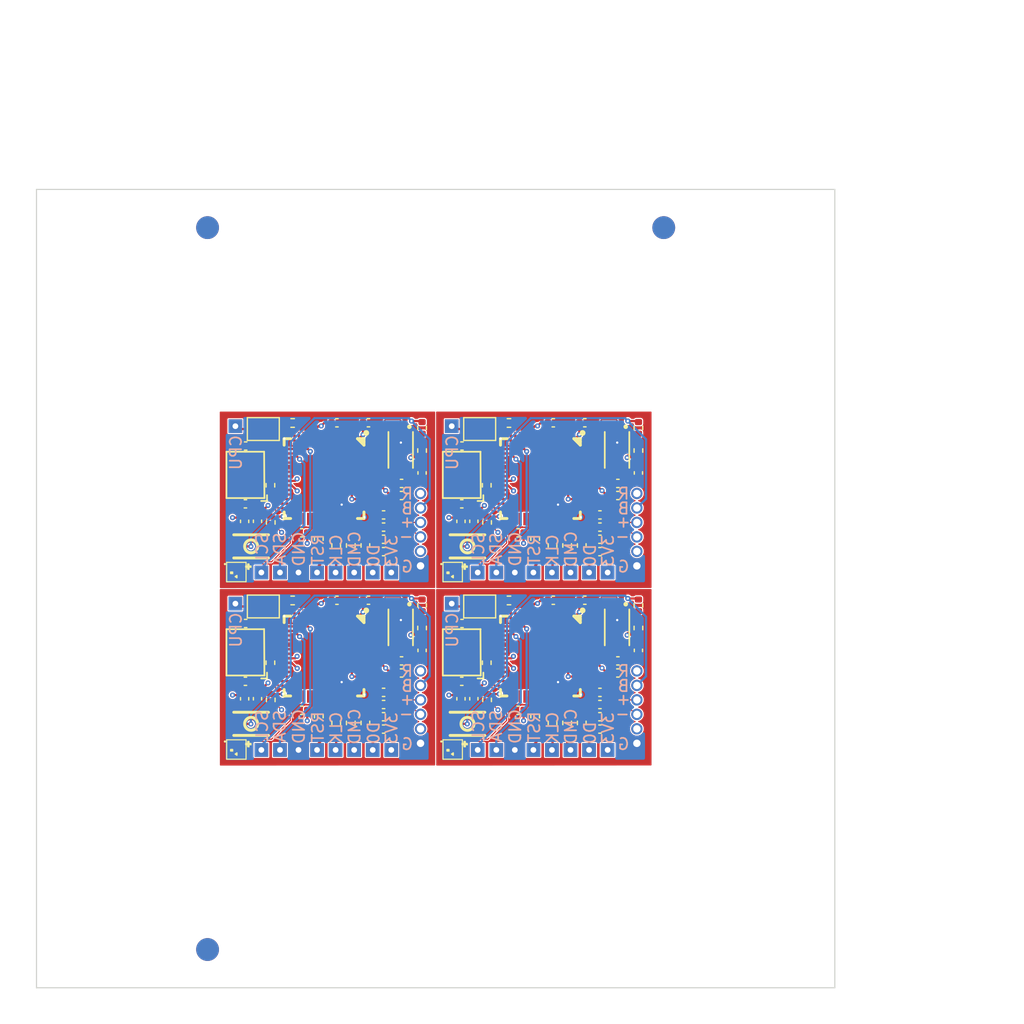
<source format=kicad_pcb>
(kicad_pcb (version 20221018) (generator pcbnew)
  (layers (0 "F.Cu" signal) (1 "In1.Cu" signal) (2 "In2.Cu" signal) (31 "B.Cu" signal) (34 "B.Paste" user) (35 "F.Paste" user) (36 "B.SilkS" user "B.Silkscreen") (37 "F.SilkS" user "F.Silkscreen") (38 "B.Mask" user) (39 "F.Mask" user) (44 "Edge.Cuts" user))
  (net 0 "")
  (net 1 "Board_0-+1V1")
  (net 2 "Board_0-+3V3")
  (net 3 "Board_0-BOARD_DET")
  (net 4 "Board_0-BOOT")
  (net 5 "Board_0-D+")
  (net 6 "Board_0-D-")
  (net 7 "Board_0-DBG_CLK")
  (net 8 "Board_0-DBG_DAT")
  (net 9 "Board_0-GND")
  (net 10 "Board_0-LED_DATA")
  (net 11 "Board_0-NS_CLK")
  (net 12 "Board_0-NS_CMD")
  (net 13 "Board_0-NS_CPU")
  (net 14 "Board_0-NS_D0")
  (net 15 "Board_0-NS_RST")
  (net 16 "Board_0-NS_SCL")
  (net 17 "Board_0-NS_SDA")
  (net 18 "Board_0-Net-(JP1-B)")
  (net 19 "Board_0-Net-(U1-GPIO27_ADC1)")
  (net 20 "Board_0-Net-(U1-GPIO28_ADC2)")
  (net 21 "Board_0-Net-(U1-GPIO29_ADC3)")
  (net 22 "Board_0-Net-(X1-OSC1)")
  (net 23 "Board_0-QSPI_CS")
  (net 24 "Board_0-QSPI_SCK")
  (net 25 "Board_0-QSPI_SD0")
  (net 26 "Board_0-QSPI_SD1")
  (net 27 "Board_0-QSPI_SD2")
  (net 28 "Board_0-QSPI_SD3")
  (net 29 "Board_0-RST")
  (net 30 "Board_0-XIN")
  (net 31 "Board_0-XOUT")
  (net 32 "Board_0-unconnected-(U1-GPIO0-Pad2)")
  (net 33 "Board_0-unconnected-(U1-GPIO1-Pad3)")
  (net 34 "Board_0-unconnected-(U1-GPIO10-Pad13)")
  (net 35 "Board_0-unconnected-(U1-GPIO11-Pad14)")
  (net 36 "Board_0-unconnected-(U1-GPIO14-Pad17)")
  (net 37 "Board_0-unconnected-(U1-GPIO17-Pad28)")
  (net 38 "Board_0-unconnected-(U1-GPIO18-Pad29)")
  (net 39 "Board_0-unconnected-(U1-GPIO19-Pad30)")
  (net 40 "Board_0-unconnected-(U1-GPIO2-Pad4)")
  (net 41 "Board_0-unconnected-(U1-GPIO20-Pad31)")
  (net 42 "Board_0-unconnected-(U1-GPIO21-Pad32)")
  (net 43 "Board_0-unconnected-(U1-GPIO22-Pad34)")
  (net 44 "Board_0-unconnected-(U1-GPIO23-Pad35)")
  (net 45 "Board_0-unconnected-(U1-GPIO24-Pad36)")
  (net 46 "Board_0-unconnected-(U1-GPIO3-Pad5)")
  (net 47 "Board_0-unconnected-(U1-GPIO4-Pad6)")
  (net 48 "Board_0-unconnected-(U1-GPIO5-Pad7)")
  (net 49 "Board_0-unconnected-(U1-GPIO6-Pad8)")
  (net 50 "Board_0-unconnected-(U1-GPIO7-Pad9)")
  (net 51 "Board_0-unconnected-(U1-GPIO8-Pad11)")
  (net 52 "Board_0-unconnected-(U1-GPIO9-Pad12)")
  (net 53 "Board_0-unconnected-(U5-DOUT-Pad1)")
  (net 54 "Board_1-+1V1")
  (net 55 "Board_1-+3V3")
  (net 56 "Board_1-BOARD_DET")
  (net 57 "Board_1-BOOT")
  (net 58 "Board_1-D+")
  (net 59 "Board_1-D-")
  (net 60 "Board_1-DBG_CLK")
  (net 61 "Board_1-DBG_DAT")
  (net 62 "Board_1-GND")
  (net 63 "Board_1-LED_DATA")
  (net 64 "Board_1-NS_CLK")
  (net 65 "Board_1-NS_CMD")
  (net 66 "Board_1-NS_CPU")
  (net 67 "Board_1-NS_D0")
  (net 68 "Board_1-NS_RST")
  (net 69 "Board_1-NS_SCL")
  (net 70 "Board_1-NS_SDA")
  (net 71 "Board_1-Net-(JP1-B)")
  (net 72 "Board_1-Net-(U1-GPIO27_ADC1)")
  (net 73 "Board_1-Net-(U1-GPIO28_ADC2)")
  (net 74 "Board_1-Net-(U1-GPIO29_ADC3)")
  (net 75 "Board_1-Net-(X1-OSC1)")
  (net 76 "Board_1-QSPI_CS")
  (net 77 "Board_1-QSPI_SCK")
  (net 78 "Board_1-QSPI_SD0")
  (net 79 "Board_1-QSPI_SD1")
  (net 80 "Board_1-QSPI_SD2")
  (net 81 "Board_1-QSPI_SD3")
  (net 82 "Board_1-RST")
  (net 83 "Board_1-XIN")
  (net 84 "Board_1-XOUT")
  (net 85 "Board_1-unconnected-(U1-GPIO0-Pad2)")
  (net 86 "Board_1-unconnected-(U1-GPIO1-Pad3)")
  (net 87 "Board_1-unconnected-(U1-GPIO10-Pad13)")
  (net 88 "Board_1-unconnected-(U1-GPIO11-Pad14)")
  (net 89 "Board_1-unconnected-(U1-GPIO14-Pad17)")
  (net 90 "Board_1-unconnected-(U1-GPIO17-Pad28)")
  (net 91 "Board_1-unconnected-(U1-GPIO18-Pad29)")
  (net 92 "Board_1-unconnected-(U1-GPIO19-Pad30)")
  (net 93 "Board_1-unconnected-(U1-GPIO2-Pad4)")
  (net 94 "Board_1-unconnected-(U1-GPIO20-Pad31)")
  (net 95 "Board_1-unconnected-(U1-GPIO21-Pad32)")
  (net 96 "Board_1-unconnected-(U1-GPIO22-Pad34)")
  (net 97 "Board_1-unconnected-(U1-GPIO23-Pad35)")
  (net 98 "Board_1-unconnected-(U1-GPIO24-Pad36)")
  (net 99 "Board_1-unconnected-(U1-GPIO3-Pad5)")
  (net 100 "Board_1-unconnected-(U1-GPIO4-Pad6)")
  (net 101 "Board_1-unconnected-(U1-GPIO5-Pad7)")
  (net 102 "Board_1-unconnected-(U1-GPIO6-Pad8)")
  (net 103 "Board_1-unconnected-(U1-GPIO7-Pad9)")
  (net 104 "Board_1-unconnected-(U1-GPIO8-Pad11)")
  (net 105 "Board_1-unconnected-(U1-GPIO9-Pad12)")
  (net 106 "Board_1-unconnected-(U5-DOUT-Pad1)")
  (net 107 "Board_2-+1V1")
  (net 108 "Board_2-+3V3")
  (net 109 "Board_2-BOARD_DET")
  (net 110 "Board_2-BOOT")
  (net 111 "Board_2-D+")
  (net 112 "Board_2-D-")
  (net 113 "Board_2-DBG_CLK")
  (net 114 "Board_2-DBG_DAT")
  (net 115 "Board_2-GND")
  (net 116 "Board_2-LED_DATA")
  (net 117 "Board_2-NS_CLK")
  (net 118 "Board_2-NS_CMD")
  (net 119 "Board_2-NS_CPU")
  (net 120 "Board_2-NS_D0")
  (net 121 "Board_2-NS_RST")
  (net 122 "Board_2-NS_SCL")
  (net 123 "Board_2-NS_SDA")
  (net 124 "Board_2-Net-(JP1-B)")
  (net 125 "Board_2-Net-(U1-GPIO27_ADC1)")
  (net 126 "Board_2-Net-(U1-GPIO28_ADC2)")
  (net 127 "Board_2-Net-(U1-GPIO29_ADC3)")
  (net 128 "Board_2-Net-(X1-OSC1)")
  (net 129 "Board_2-QSPI_CS")
  (net 130 "Board_2-QSPI_SCK")
  (net 131 "Board_2-QSPI_SD0")
  (net 132 "Board_2-QSPI_SD1")
  (net 133 "Board_2-QSPI_SD2")
  (net 134 "Board_2-QSPI_SD3")
  (net 135 "Board_2-RST")
  (net 136 "Board_2-XIN")
  (net 137 "Board_2-XOUT")
  (net 138 "Board_2-unconnected-(U1-GPIO0-Pad2)")
  (net 139 "Board_2-unconnected-(U1-GPIO1-Pad3)")
  (net 140 "Board_2-unconnected-(U1-GPIO10-Pad13)")
  (net 141 "Board_2-unconnected-(U1-GPIO11-Pad14)")
  (net 142 "Board_2-unconnected-(U1-GPIO14-Pad17)")
  (net 143 "Board_2-unconnected-(U1-GPIO17-Pad28)")
  (net 144 "Board_2-unconnected-(U1-GPIO18-Pad29)")
  (net 145 "Board_2-unconnected-(U1-GPIO19-Pad30)")
  (net 146 "Board_2-unconnected-(U1-GPIO2-Pad4)")
  (net 147 "Board_2-unconnected-(U1-GPIO20-Pad31)")
  (net 148 "Board_2-unconnected-(U1-GPIO21-Pad32)")
  (net 149 "Board_2-unconnected-(U1-GPIO22-Pad34)")
  (net 150 "Board_2-unconnected-(U1-GPIO23-Pad35)")
  (net 151 "Board_2-unconnected-(U1-GPIO24-Pad36)")
  (net 152 "Board_2-unconnected-(U1-GPIO3-Pad5)")
  (net 153 "Board_2-unconnected-(U1-GPIO4-Pad6)")
  (net 154 "Board_2-unconnected-(U1-GPIO5-Pad7)")
  (net 155 "Board_2-unconnected-(U1-GPIO6-Pad8)")
  (net 156 "Board_2-unconnected-(U1-GPIO7-Pad9)")
  (net 157 "Board_2-unconnected-(U1-GPIO8-Pad11)")
  (net 158 "Board_2-unconnected-(U1-GPIO9-Pad12)")
  (net 159 "Board_2-unconnected-(U5-DOUT-Pad1)")
  (net 160 "Board_3-+1V1")
  (net 161 "Board_3-+3V3")
  (net 162 "Board_3-BOARD_DET")
  (net 163 "Board_3-BOOT")
  (net 164 "Board_3-D+")
  (net 165 "Board_3-D-")
  (net 166 "Board_3-DBG_CLK")
  (net 167 "Board_3-DBG_DAT")
  (net 168 "Board_3-GND")
  (net 169 "Board_3-LED_DATA")
  (net 170 "Board_3-NS_CLK")
  (net 171 "Board_3-NS_CMD")
  (net 172 "Board_3-NS_CPU")
  (net 173 "Board_3-NS_D0")
  (net 174 "Board_3-NS_RST")
  (net 175 "Board_3-NS_SCL")
  (net 176 "Board_3-NS_SDA")
  (net 177 "Board_3-Net-(JP1-B)")
  (net 178 "Board_3-Net-(U1-GPIO27_ADC1)")
  (net 179 "Board_3-Net-(U1-GPIO28_ADC2)")
  (net 180 "Board_3-Net-(U1-GPIO29_ADC3)")
  (net 181 "Board_3-Net-(X1-OSC1)")
  (net 182 "Board_3-QSPI_CS")
  (net 183 "Board_3-QSPI_SCK")
  (net 184 "Board_3-QSPI_SD0")
  (net 185 "Board_3-QSPI_SD1")
  (net 186 "Board_3-QSPI_SD2")
  (net 187 "Board_3-QSPI_SD3")
  (net 188 "Board_3-RST")
  (net 189 "Board_3-XIN")
  (net 190 "Board_3-XOUT")
  (net 191 "Board_3-unconnected-(U1-GPIO0-Pad2)")
  (net 192 "Board_3-unconnected-(U1-GPIO1-Pad3)")
  (net 193 "Board_3-unconnected-(U1-GPIO10-Pad13)")
  (net 194 "Board_3-unconnected-(U1-GPIO11-Pad14)")
  (net 195 "Board_3-unconnected-(U1-GPIO14-Pad17)")
  (net 196 "Board_3-unconnected-(U1-GPIO17-Pad28)")
  (net 197 "Board_3-unconnected-(U1-GPIO18-Pad29)")
  (net 198 "Board_3-unconnected-(U1-GPIO19-Pad30)")
  (net 199 "Board_3-unconnected-(U1-GPIO2-Pad4)")
  (net 200 "Board_3-unconnected-(U1-GPIO20-Pad31)")
  (net 201 "Board_3-unconnected-(U1-GPIO21-Pad32)")
  (net 202 "Board_3-unconnected-(U1-GPIO22-Pad34)")
  (net 203 "Board_3-unconnected-(U1-GPIO23-Pad35)")
  (net 204 "Board_3-unconnected-(U1-GPIO24-Pad36)")
  (net 205 "Board_3-unconnected-(U1-GPIO3-Pad5)")
  (net 206 "Board_3-unconnected-(U1-GPIO4-Pad6)")
  (net 207 "Board_3-unconnected-(U1-GPIO5-Pad7)")
  (net 208 "Board_3-unconnected-(U1-GPIO6-Pad8)")
  (net 209 "Board_3-unconnected-(U1-GPIO7-Pad9)")
  (net 210 "Board_3-unconnected-(U1-GPIO8-Pad11)")
  (net 211 "Board_3-unconnected-(U1-GPIO9-Pad12)")
  (net 212 "Board_3-unconnected-(U5-DOUT-Pad1)")
  (footprint "Capacitor_SMD:C_0402_1005Metric" (layer "F.Cu") (at 166.28 60.42 -90)
    (fp_text reference "C14" hide)
    (fp_text value "100nF,16V,X7R ")
  )
  (footprint "Capacitor_SMD:C_0402_1005Metric" (layer "F.Cu") (at 164.48 45.78)
    (fp_text reference "C2" hide)
    (fp_text value "100nF,16V,X7R ")
  )
  (footprint "kicad_lceda:KEY-SMD_L3.0-W2.0-LS3.5" (layer "F.Cu") (at 151.29 51.3)
    (fp_text reference "SW1" hide)
    (fp_text value "EVPAWED40")
  )
  (footprint "Resistor_SMD:R_0402_1005Metric" (layer "F.Cu") (at 152.98 45.94 90)
    (fp_text reference "R1" hide)
    (fp_text value "1k")
  )
  (footprint "kicad_lceda:ProgPins_1x06_P1.27mm" (layer "F.Cu") (at 166.144248 62.218121)
    (fp_text reference "J8" hide)
    (fp_text value "Conn_01x06")
  )
  (footprint "kicad_lceda:KEY-SMD_L3.0-W2.0-LS3.5" (layer "F.Cu") (at 132.32 51.3)
    (fp_text reference "SW1" hide)
    (fp_text value "EVPAWED40")
  )
  (footprint "kicad_lceda:TH_Pads_1x1_P1.20mml" (layer "F.Cu") (at 157.07 69.15 90)
    (fp_text reference "J2" hide)
    (fp_text value "Conn_01x01")
  )
  (footprint "Resistor_SMD:R_0402_1005Metric" (layer "F.Cu") (at 139.78 51.22 -90)
    (fp_text reference "R9" hide)
    (fp_text value "47")
  )
  (footprint "Capacitor_SMD:C_0402_1005Metric" (layer "F.Cu") (at 143.94 67.32)
    (fp_text reference "C8" hide)
    (fp_text value "100nF,16V,X7R ")
  )
  (footprint "Resistor_SMD:R_0402_1005Metric" (layer "F.Cu") (at 161.31 66.78 -90)
    (fp_text reference "R11" hide)
    (fp_text value "47")
  )
  (footprint "kicad_lceda:TH_Pads_1x1_P1.20mml" (layer "F.Cu") (at 130.94 40.76 90)
    (fp_text reference "J1" hide)
    (fp_text value "Conn_01x01")
  )
  (footprint "Capacitor_SMD:C_0402_1005Metric" (layer "F.Cu") (at 164.48 62.4)
    (fp_text reference "C10" hide)
    (fp_text value "100nF,16V,X7R ")
  )
  (footprint "kicad_lceda:LQFN-56_L7.0-W7.0-P0.4-EP" (layer "F.Cu") (at 157.685 60.915 -90)
    (fp_text reference "U1" hide)
    (fp_text value "RP2040")
  )
  (footprint "Capacitor_SMD:C_0402_1005Metric" (layer "F.Cu") (at 143.935 65.1675 180)
    (fp_text reference "C6" hide)
    (fp_text value "1uF,25V,X5R ")
  )
  (footprint "Resistor_SMD:R_0402_1005Metric" (layer "F.Cu") (at 142.34 51.22 -90)
    (fp_text reference "R11" hide)
    (fp_text value "47")
  )
  (footprint "kicad_lceda:TH_Pads_1x1_P1.20mml" (layer "F.Cu") (at 133.2175 53.59)
    (fp_text reference "J7" hide)
    (fp_text value "Conn_01x01")
  )
  (footprint "Fiducial" (layer "F.Cu") (at 168.5 23.35)
    (fp_text reference "REF**" hide)
    (fp_text value "Fiducial" hide)
  )
  (footprint "kicad_lceda:TH_Pads_1x1_P1.20mml" (layer "F.Cu") (at 134.85 69.15 -90)
    (fp_text reference "J6" hide)
    (fp_text value "Conn_01x01")
  )
  (footprint "Resistor_SMD:R_0402_1005Metric" (layer "F.Cu") (at 138.255 50.62 -90)
    (fp_text reference "R3" hide)
    (fp_text value "10k")
  )
  (footprint "Capacitor_SMD:C_0402_1005Metric" (layer "F.Cu") (at 145.51 61.34)
    (fp_text reference "C2" hide)
    (fp_text value "100nF,16V,X7R ")
  )
  (footprint "kicad_lceda:TH_Pads_1x1_P1.20mml" (layer "F.Cu") (at 139.7275 69.15 90)
    (fp_text reference "J3" hide)
    (fp_text value "Conn_01x01")
  )
  (footprint "kicad_lceda:ProgPins_1x06_P1.27mm" (layer "F.Cu") (at 147.174248 46.658121)
    (fp_text reference "J8" hide)
    (fp_text value "Conn_01x06")
  )
  (footprint "Capacitor_SMD:C_0402_1005Metric" (layer "F.Cu") (at 162.91 67.32)
    (fp_text reference "C8" hide)
    (fp_text value "100nF,16V,X7R ")
  )
  (footprint "Capacitor_SMD:C_0402_1005Metric" (layer "F.Cu") (at 145.51 46.84)
    (fp_text reference "C10" hide)
    (fp_text value "100nF,16V,X7R ")
  )
  (footprint "Resistor_SMD:R_0402_1005Metric" (layer "F.Cu") (at 134.04 64.76 90)
    (fp_text reference "R2" hide)
    (fp_text value "10k")
  )
  (footprint "kicad_lceda:TH_Pads_1x1_P1.20mml" (layer "F.Cu") (at 161.9525 53.59)
    (fp_text reference "J5" hide)
    (fp_text value "Conn_01x01")
  )
  (footprint "Capacitor_SMD:C_0402_1005Metric" (layer "F.Cu") (at 131.75 64.665 -90)
    (fp_text reference "C13" hide)
    (fp_text value "100nF,16V,X7R ")
  )
  (footprint "kicad_lceda:LED-SMD_4P-L1.0-W1.0-TL_XL-1010RGBC-WS2812B" (layer "F.Cu") (at 149.995 53.55)
    (fp_text reference "U5" hide)
    (fp_text value "XL-1010RGBC-WS2812B")
  )
  (footprint "Capacitor_SMD:C_0402_1005Metric" (layer "F.Cu") (at 166.28 44.86 -90)
    (fp_text reference "C14" hide)
    (fp_text value "100nF,16V,X7R ")
  )
  (footprint "Capacitor_SMD:C_0402_1005Metric" (layer "F.Cu") (at 143.935 66.235)
    (fp_text reference "C9" hide)
    (fp_text value "100nF,16V,X7R ")
  )
  (footprint "Capacitor_SMD:C_0402_1005Metric" (layer "F.Cu") (at 132.88 49.1 -90)
    (fp_text reference "C4" hide)
    (fp_text value "100nF,16V,X7R ")
  )
  (footprint "kicad_lceda:TH_Pads_1x1_P1.20mml" (layer "F.Cu") (at 133.2175 69.15)
    (fp_text reference "J7" hide)
    (fp_text value "Conn_01x01")
  )
  (footprint "kicad_lceda:SolderJumper-2_P1.3mm_Open_TrianglePad1.0x1.5mm_Sm" (layer "F.Cu") (at 152.36 56.57)
    (fp_text reference "JP1" hide)
    (fp_text value "Jumper_2_Open")
  )
  (footprint "kicad_lceda:SolderJumper-2_P1.3mm_Open_TrianglePad1.0x1.5mm_Sm" (layer "F.Cu") (at 133.39 56.57)
    (fp_text reference "JP1" hide)
    (fp_text value "Jumper_2_Open")
  )
  (footprint "Capacitor_SMD:C_0402_1005Metric" (layer "F.Cu") (at 162.905 48.54)
    (fp_text reference "C5" hide)
    (fp_text value "1uF,25V,X5R ")
  )
  (footprint "kicad_lceda:TH_Pads_1x1_P1.20mml" (layer "F.Cu") (at 163.58 53.59)
    (fp_text reference "J10" hide)
    (fp_text value "Conn_01x01")
  )
  (footprint "kicad_lceda:TH_Pads_1x1_P1.20mml" (layer "F.Cu") (at 130.94 56.32 90)
    (fp_text reference "J1" hide)
    (fp_text value "Conn_01x01")
  )
  (footprint "kicad_lceda:ProgPins_1x06_P1.27mm" (layer "F.Cu") (at 147.174248 62.218121)
    (fp_text reference "J8" hide)
    (fp_text value "Conn_01x06")
  )
  (footprint "kicad_lceda:TH_Pads_1x1_P1.20mml" (layer "F.Cu") (at 163.58 69.15)
    (fp_text reference "J10" hide)
    (fp_text value "Conn_01x01")
  )
  (footprint "Resistor_SMD:R_0402_1005Metric" (layer "F.Cu") (at 160.03 51.22 -90)
    (fp_text reference "R10" hide)
    (fp_text value "47")
  )
  (footprint "kicad_lceda:KEY-SMD_L3.0-W2.0-LS3.5" (layer "F.Cu") (at 132.32 66.86)
    (fp_text reference "SW1" hide)
    (fp_text value "EVPAWED40")
  )
  (footprint "kicad_lceda:LED-SMD_4P-L1.0-W1.0-TL_XL-1010RGBC-WS2812B" (layer "F.Cu") (at 131.025 69.11)
    (fp_text reference "U5" hide)
    (fp_text value "XL-1010RGBC-WS2812B")
  )
  (footprint "Resistor_SMD:R_0402_1005Metric" (layer "F.Cu") (at 160.03 66.78 -90)
    (fp_text reference "R10" hide)
    (fp_text value "47")
  )
  (footprint "Resistor_SMD:R_0402_1005Metric" (layer "F.Cu") (at 157.225 50.62 -90)
    (fp_text reference "R3" hide)
    (fp_text value "10k")
  )
  (footprint "kicad_lceda:TH_Pads_1x1_P1.20mml" (layer "F.Cu") (at 141.355 53.59 90)
    (fp_text reference "J4" hide)
    (fp_text value "Conn_01x01")
  )
  (footprint "Capacitor_SMD:C_0402_1005Metric" (layer "F.Cu") (at 136.76 65.67 180)
    (fp_text reference "C7" hide)
    (fp_text value "100nF,16V,X7R ")
  )
  (footprint "kicad_lceda:TH_Pads_1x1_P1.20mml" (layer "F.Cu") (at 138.1 53.59 90)
    (fp_text reference "J2" hide)
    (fp_text value "Conn_01x01")
  )
  (footprint "Capacitor_SMD:C_0402_1005Metric" (layer "F.Cu") (at 162.905 50.675)
    (fp_text reference "C9" hide)
    (fp_text value "100nF,16V,X7R ")
  )
  (footprint "kicad_lceda:TH_Pads_1x1_P1.20mml" (layer "F.Cu") (at 160.325 69.15 90)
    (fp_text reference "J4" hide)
    (fp_text value "Conn_01x01")
  )
  (footprint "kicad_lceda:TH_Pads_1x1_P1.20mml" (layer "F.Cu") (at 149.91 56.32 90)
    (fp_text reference "J1" hide)
    (fp_text value "Conn_01x01")
  )
  (footprint "Capacitor_SMD:C_0402_1005Metric" (layer "F.Cu") (at 158.815 56.025)
    (fp_text reference "C12" hide)
    (fp_text value "100nF,16V,X7R ")
  )
  (footprint "kicad_lceda:TH_Pads_1x1_P1.20mml" (layer "F.Cu") (at 152.1875 53.59)
    (fp_text reference "J7" hide)
    (fp_text value "Conn_01x01")
  )
  (footprint "Capacitor_SMD:C_0402_1005Metric" (layer "F.Cu") (at 162.905 64.1)
    (fp_text reference "C5" hide)
    (fp_text value "1uF,25V,X5R ")
  )
  (footprint "kicad_lceda:TH_Pads_1x1_P1.20mml" (layer "F.Cu") (at 139.7275 53.59 90)
    (fp_text reference "J3" hide)
    (fp_text value "Conn_01x01")
  )
  (footprint "Capacitor_SMD:C_0402_1005Metric" (layer "F.Cu") (at 145.51 62.4)
    (fp_text reference "C10" hide)
    (fp_text value "100nF,16V,X7R ")
  )
  (footprint "Capacitor_SMD:C_0402_1005Metric" (layer "F.Cu") (at 147.31 60.42 -90)
    (fp_text reference "C14" hide)
    (fp_text value "100nF,16V,X7R ")
  )
  (footprint "kicad_lceda:KEY-SMD_L3.0-W2.0-LS3.5" (layer "F.Cu") (at 151.29 66.86)
    (fp_text reference "SW1" hide)
    (fp_text value "EVPAWED40")
  )
  (footprint "Resistor_SMD:R_0402_1005Metric" (layer "F.Cu") (at 135.96 56.04)
    (fp_text reference "R12" hide)
    (fp_text value "10k")
  )
  (footprint "kicad_lceda:OSC-SMD_4P-L3.2-W2.5-BL" (layer "F.Cu") (at 150.777 45.033 90)
    (fp_text reference "X1" hide)
    (fp_text value "SMD-3225_4P_12.000MHZ_9PF")
  )
  (footprint "Capacitor_SMD:C_0402_1005Metric" (layer "F.Cu") (at 155.73 65.67 180)
    (fp_text reference "C7" hide)
    (fp_text value "100nF,16V,X7R ")
  )
  (footprint "kicad_lceda:TH_Pads_1x1_P1.20mml" (layer "F.Cu") (at 155.4425 53.59)
    (fp_text reference "J9" hide)
    (fp_text value "Conn_01x01")
  )
  (footprint "kicad_lceda:USON-8_L3.0-W2.0-P0.50-BL-EP" (layer "F.Cu") (at 145.435 58.4025 180)
    (fp_text reference "U2" hide)
    (fp_text value "W25Q16JVUXIQ")
  )
  (footprint "kicad_lceda:LQFN-56_L7.0-W7.0-P0.4-EP" (layer "F.Cu") (at 157.685 45.355 -90)
    (fp_text reference "U1" hide)
    (fp_text value "RP2040")
  )
  (footprint "Capacitor_SMD:C_0402_1005Metric" (layer "F.Cu") (at 131.75 49.105 -90)
    (fp_text reference "C13" hide)
    (fp_text value "100nF,16V,X7R ")
  )
  (footprint "Fiducial" (layer "F.Cu") (at 128.5 23.35)
    (fp_text reference "REF**" hide)
    (fp_text value "Fiducial" hide)
  )
  (footprint "kicad_lceda:LED-SMD_4P-L1.0-W1.0-TL_XL-1010RGBC-WS2812B" (layer "F.Cu") (at 149.995 69.11)
    (fp_text reference "U5" hide)
    (fp_text value "XL-1010RGBC-WS2812B")
  )
  (footprint "kicad_lceda:TH_Pads_1x1_P1.20mml" (layer "F.Cu") (at 155.4425 69.15)
    (fp_text reference "J9" hide)
    (fp_text value "Conn_01x01")
  )
  (footprint "Resistor_SMD:R_0402_1005Metric" (layer "F.Cu") (at 153.01 64.76 90)
    (fp_text reference "R2" hide)
    (fp_text value "10k")
  )
  (footprint "Resistor_SMD:R_0402_1005Metric" (layer "F.Cu") (at 152.98 61.5 90)
    (fp_text reference "R1" hide)
    (fp_text value "1k")
  )
  (footprint "kicad_lceda:TH_Pads_1x1_P1.20mml" (layer "F.Cu") (at 161.9525 69.15)
    (fp_text reference "J5" hide)
    (fp_text value "Conn_01x01")
  )
  (footprint "Capacitor_SMD:C_0402_1005Metric" (layer "F.Cu") (at 142.61 40.46)
    (fp_text reference "C11" hide)
    (fp_text value "100nF,16V,X7R ")
  )
  (footprint "Resistor_SMD:R_0402_1005Metric" (layer "F.Cu") (at 166.28 56.47 -90)
    (fp_text reference "R5" hide)
    (fp_text value "1k")
  )
  (footprint "Resistor_SMD:R_0402_1005Metric" (layer "F.Cu") (at 147.31 40.91 -90)
    (fp_text reference "R5" hide)
    (fp_text value "1k")
  )
  (footprint "kicad_lceda:SolderJumper-2_P1.3mm_Open_TrianglePad1.0x1.5mm_Sm" (layer "F.Cu") (at 152.36 41.01)
    (fp_text reference "JP1" hide)
    (fp_text value "Jumper_2_Open")
  )
  (footprint "kicad_lceda:LQFN-56_L7.0-W7.0-P0.4-EP" (layer "F.Cu") (at 138.715 60.915 -90)
    (fp_text reference "U1" hide)
    (fp_text value "RP2040")
  )
  (footprint "Resistor_SMD:R_0402_1005Metric" (layer "F.Cu") (at 142.34 66.78 -90)
    (fp_text reference "R11" hide)
    (fp_text value "47")
  )
  (footprint "kicad_lceda:TH_Pads_1x1_P1.20mml" (layer "F.Cu") (at 138.1 69.15 90)
    (fp_text reference "J2" hide)
    (fp_text value "Conn_01x01")
  )
  (footprint "Resistor_SMD:R_0402_1005Metric" (layer "F.Cu") (at 166.28 58.455 90)
    (fp_text reference "R6" hide)
    (fp_text value "10k")
  )
  (footprint "Capacitor_SMD:C_0402_1005Metric" (layer "F.Cu") (at 131.82 47.57)
    (fp_text reference "C1" hide)
    (fp_text value "27pF,50V,C0G ")
  )
  (footprint "Capacitor_SMD:C_0402_1005Metric" (layer "F.Cu") (at 150.72 64.665 -90)
    (fp_text reference "C13" hide)
    (fp_text value "100nF,16V,X7R ")
  )
  (footprint "Capacitor_SMD:C_0402_1005Metric" (layer "F.Cu") (at 155.73 50.11 180)
    (fp_text reference "C7" hide)
    (fp_text value "100nF,16V,X7R ")
  )
  (footprint "kicad_lceda:LQFN-56_L7.0-W7.0-P0.4-EP" (layer "F.Cu") (at 138.715 45.355 -90)
    (fp_text reference "U1" hide)
    (fp_text value "RP2040")
  )
  (footprint "kicad_lceda:USON-8_L3.0-W2.0-P0.50-BL-EP" (layer "F.Cu") (at 164.405 58.4025 180)
    (fp_text reference "U2" hide)
    (fp_text value "W25Q16JVUXIQ")
  )
  (footprint "Resistor_SMD:R_0402_1005Metric" (layer "F.Cu") (at 158.75 51.22 -90)
    (fp_text reference "R9" hide)
    (fp_text value "47")
  )
  (footprint "Capacitor_SMD:C_0402_1005Metric" (layer "F.Cu") (at 150.79 47.57)
    (fp_text reference "C1" hide)
    (fp_text value "27pF,50V,C0G ")
  )
  (footprint "Capacitor_SMD:C_0402_1005Metric" (layer "F.Cu") (at 143.935 49.6075 180)
    (fp_text reference "C6" hide)
    (fp_text value "1uF,25V,X5R ")
  )
  (footprint "kicad_lceda:TH_Pads_1x1_P1.20mml" (layer "F.Cu") (at 144.61 53.59)
    (fp_text reference "J10" hide)
    (fp_text value "Conn_01x01")
  )
  (footprint "kicad_lceda:SolderJumper-2_P1.3mm_Open_TrianglePad1.0x1.5mm_Sm" (layer "F.Cu") (at 133.39 41.01)
    (fp_text reference "JP1" hide)
    (fp_text value "Jumper_2_Open")
  )
  (footprint "Capacitor_SMD:C_0402_1005Metric" (layer "F.Cu") (at 136.76 50.11 180)
    (fp_text reference "C7" hide)
    (fp_text value "100nF,16V,X7R ")
  )
  (footprint "Capacitor_SMD:C_0402_1005Metric" (layer "F.Cu") (at 142.61 56.02)
    (fp_text reference "C11" hide)
    (fp_text value "100nF,16V,X7R ")
  )
  (footprint "Capacitor_SMD:C_0402_1005Metric" (layer "F.Cu") (at 147.31 44.86 -90)
    (fp_text reference "C14" hide)
    (fp_text value "100nF,16V,X7R ")
  )
  (footprint "Capacitor_SMD:C_0402_1005Metric" (layer "F.Cu") (at 162.905 65.1675 180)
    (fp_text reference "C6" hide)
    (fp_text value "1uF,25V,X5R ")
  )
  (footprint "Resistor_SMD:R_0402_1005Metric" (layer "F.Cu") (at 158.75 66.78 -90)
    (fp_text reference "R9" hide)
    (fp_text value "47")
  )
  (footprint "Capacitor_SMD:C_0402_1005Metric" (layer "F.Cu") (at 143.935 50.675)
    (fp_text reference "C9" hide)
    (fp_text value "100nF,16V,X7R ")
  )
  (footprint "kicad_lceda:OSC-SMD_4P-L3.2-W2.5-BL" (layer "F.Cu") (at 131.807 60.593 90)
    (fp_text reference "X1" hide)
    (fp_text value "SMD-3225_4P_12.000MHZ_9PF")
  )
  (footprint "kicad_lceda:TH_Pads_1x1_P1.20mml" (layer "F.Cu") (at 153.82 53.59 -90)
    (fp_text reference "J6" hide)
    (fp_text value "Conn_01x01")
  )
  (footprint "Capacitor_SMD:C_0402_1005Metric" (layer "F.Cu") (at 162.905 66.235)
    (fp_text reference "C9" hide)
    (fp_text value "100nF,16V,X7R ")
  )
  (footprint "Capacitor_SMD:C_0402_1005Metric" (layer "F.Cu") (at 150.81 58.06)
    (fp_text reference "C3" hide)
    (fp_text value "27pF,50V,C0G ")
  )
  (footprint "Capacitor_SMD:C_0402_1005Metric" (layer "F.Cu") (at 161.58 40.46)
    (fp_text reference "C11" hide)
    (fp_text value "100nF,16V,X7R ")
  )
  (footprint "kicad_lceda:TH_Pads_1x1_P1.20mml" (layer "F.Cu") (at 157.07 53.59 90)
    (fp_text reference "J2" hide)
    (fp_text value "Conn_01x01")
  )
  (footprint "Resistor_SMD:R_0402_1005Metric" (layer "F.Cu") (at 147.31 56.47 -90)
    (fp_text reference "R5" hide)
    (fp_text value "1k")
  )
  (footprint "kicad_lceda:TH_Pads_1x1_P1.20mml" (layer "F.Cu") (at 149.91 40.76 90)
    (fp_text reference "J1" hide)
    (fp_text value "Conn_01x01")
  )
  (footprint "Resistor_SMD:R_0402_1005Metric" (layer "F.Cu") (at 134.01 61.5 90)
    (fp_text reference "R1" hide)
    (fp_text value "1k")
  )
  (footprint "kicad_lceda:TH_Pads_1x1_P1.20mml" (layer "F.Cu") (at 136.4725 53.59)
    (fp_text reference "J9" hide)
    (fp_text value "Conn_01x01")
  )
  (footprint "kicad_lceda:TH_Pads_1x1_P1.20mml" (layer "F.Cu") (at 142.9825 53.59)
    (fp_text reference "J5" hide)
    (fp_text value "Conn_01x01")
  )
  (footprint "Resistor_SMD:R_0402_1005Metric" (layer "F.Cu") (at 154.93 40.48)
    (fp_text reference "R12" hide)
    (fp_text value "10k")
  )
  (footprint "kicad_lceda:ProgPins_1x06_P1.27mm" (layer "F.Cu") (at 166.144248 46.658121)
    (fp_text reference "J8" hide)
    (fp_text value "Conn_01x06")
  )
  (footprint "Resistor_SMD:R_0402_1005Metric" (layer "F.Cu") (at 147.31 42.895 90)
    (fp_text reference "R6" hide)
    (fp_text value "10k")
  )
  (footprint "kicad_lceda:TH_Pads_1x1_P1.20mml" (layer "F.Cu") (at 136.4725 69.15)
    (fp_text reference "J9" hide)
    (fp_text value "Conn_01x01")
  )
  (footprint "Capacitor_SMD:C_0402_1005Metric" (layer "F.Cu") (at 150.81 42.5)
    (fp_text reference "C3" hide)
    (fp_text value "27pF,50V,C0G ")
  )
  (footprint "Capacitor_SMD:C_0402_1005Metric" (layer "F.Cu") (at 143.935 64.1)
    (fp_text reference "C5" hide)
    (fp_text value "1uF,25V,X5R ")
  )
  (footprint "Capacitor_SMD:C_0402_1005Metric" (layer "F.Cu") (at 139.845 56.025)
    (fp_text reference "C12" hide)
    (fp_text value "100nF,16V,X7R ")
  )
  (footprint "Capacitor_SMD:C_0402_1005Metric" (layer "F.Cu") (at 131.82 63.13)
    (fp_text reference "C1" hide)
    (fp_text value "27pF,50V,C0G ")
  )
  (footprint "Resistor_SMD:R_0402_1005Metric" (layer "F.Cu") (at 141.06 66.78 -90)
    (fp_text reference "R10" hide)
    (fp_text value "47")
  )
  (footprint "kicad_lceda:LED-SMD_4P-L1.0-W1.0-TL_XL-1010RGBC-WS2812B" (layer "F.Cu") (at 131.025 53.55)
    (fp_text reference "U5" hide)
    (fp_text value "XL-1010RGBC-WS2812B")
  )
  (footprint "Fiducial" (layer "F.Cu") (at 128.5 86.65)
    (fp_text reference "REF**" hide)
    (fp_text value "Fiducial" hide)
  )
  (footprint "Capacitor_SMD:C_0402_1005Metric" (layer "F.Cu") (at 145.51 45.78)
    (fp_text reference "C2" hide)
    (fp_text value "100nF,16V,X7R ")
  )
  (footprint "Capacitor_SMD:C_0402_1005Metric" (layer "F.Cu") (at 164.48 61.34)
    (fp_text reference "C2" hide)
    (fp_text value "100nF,16V,X7R ")
  )
  (footprint "kicad_lceda:TH_Pads_1x1_P1.20mml" (layer "F.Cu") (at 134.85 53.59 -90)
    (fp_text reference "J6" hide)
    (fp_text value "Conn_01x01")
  )
  (footprint "kicad_lceda:USON-8_L3.0-W2.0-P0.50-BL-EP" (layer "F.Cu") (at 164.405 42.8425 180)
    (fp_text reference "U2" hide)
    (fp_text value "W25Q16JVUXIQ")
  )
  (footprint "kicad_lceda:TH_Pads_1x1_P1.20mml" (layer "F.Cu") (at 160.325 53.59 90)
    (fp_text reference "J4" hide)
    (fp_text value "Conn_01x01")
  )
  (footprint "Resistor_SMD:R_0402_1005Metric" (layer "F.Cu") (at 166.28 42.895 90)
    (fp_text reference "R6" hide)
    (fp_text value "10k")
  )
  (footprint "kicad_lceda:TH_Pads_1x1_P1.20mml" (layer "F.Cu") (at 158.6975 53.59 90)
    (fp_text reference "J3" hide)
    (fp_text value "Conn_01x01")
  )
  (footprint "Capacitor_SMD:C_0402_1005Metric" (layer "F.Cu") (at 131.84 42.5)
    (fp_text reference "C3" hide)
    (fp_text value "27pF,50V,C0G ")
  )
  (footprint "Resistor_SMD:R_0402_1005Metric" (layer "F.Cu") (at 134.04 49.2 90)
    (fp_text reference "R2" hide)
    (fp_text value "10k")
  )
  (footprint "Resistor_SMD:R_0402_1005Metric" (layer "F.Cu") (at 161.31 51.22 -90)
    (fp_text reference "R11" hide)
    (fp_text value "47")
  )
  (footprint "Resistor_SMD:R_0402_1005Metric" (layer "F.Cu") (at 166.28 40.91 -90)
    (fp_text reference "R5" hide)
    (fp_text value "1k")
  )
  (footprint "kicad_lceda:TH_Pads_1x1_P1.20mml" (layer "F.Cu") (at 141.355 69.15 90)
    (fp_text reference "J4" hide)
    (fp_text value "Conn_01x01")
  )
  (footprint "kicad_lceda:TH_Pads_1x1_P1.20mml" (layer "F.Cu") (at 144.61 69.15)
    (fp_text reference "J10" hide)
    (fp_text value "Conn_01x01")
  )
  (footprint "Capacitor_SMD:C_0402_1005Metric" (layer "F.Cu") (at 151.85 64.66 -90)
    (fp_text reference "C4" hide)
    (fp_text value "100nF,16V,X7R ")
  )
  (footprint "Capacitor_SMD:C_0402_1005Metric" (layer "F.Cu") (at 150.72 49.105 -90)
    (fp_text reference "C13" hide)
    (fp_text value "100nF,16V,X7R ")
  )
  (footprint "Resistor_SMD:R_0402_1005Metric" (layer "F.Cu") (at 147.31 58.455 90)
    (fp_text reference "R6" hide)
    (fp_text value "10k")
  )
  (footprint "Resistor_SMD:R_0402_1005Metric" (layer "F.Cu") (at 134.01 45.94 90)
    (fp_text reference "R1" hide)
    (fp_text value "1k")
  )
  (footprint "kicad_lceda:USON-8_L3.0-W2.0-P0.50-BL-EP" (layer "F.Cu") (at 145.435 42.8425 180)
    (fp_text reference "U2" hide)
    (fp_text value "W25Q16JVUXIQ")
  )
  (footprint "Resistor_SMD:R_0402_1005Metric" (layer "F.Cu") (at 138.255 66.18 -90)
    (fp_text reference "R3" hide)
    (fp_text value "10k")
  )
  (footprint "Resistor_SMD:R_0402_1005Metric" (layer "F.Cu") (at 135.96 40.48)
    (fp_text reference "R12" hide)
    (fp_text value "10k")
  )
  (footprint "Capacitor_SMD:C_0402_1005Metric" (layer "F.Cu") (at 150.79 63.13)
    (fp_text reference "C1" hide)
    (fp_text value "27pF,50V,C0G ")
  )
  (footprint "kicad_lceda:OSC-SMD_4P-L3.2-W2.5-BL" (layer "F.Cu") (at 131.807 45.033 90)
    (fp_text reference "X1" hide)
    (fp_text value "SMD-3225_4P_12.000MHZ_9PF")
  )
  (footprint "kicad_lceda:OSC-SMD_4P-L3.2-W2.5-BL" (layer "F.Cu") (at 150.777 60.593 90)
    (fp_text reference "X1" hide)
    (fp_text value "SMD-3225_4P_12.000MHZ_9PF")
  )
  (footprint "kicad_lceda:TH_Pads_1x1_P1.20mml" (layer "F.Cu") (at 153.82 69.15 -90)
    (fp_text reference "J6" hide)
    (fp_text value "Conn_01x01")
  )
  (footprint "Capacitor_SMD:C_0402_1005Metric" (layer "F.Cu") (at 162.905 49.6075 180)
    (fp_text reference "C6" hide)
    (fp_text value "1uF,25V,X5R ")
  )
  (footprint "Capacitor_SMD:C_0402_1005Metric" (layer "F.Cu") (at 143.94 51.76)
    (fp_text reference "C8" hide)
    (fp_text value "100nF,16V,X7R ")
  )
  (footprint "Capacitor_SMD:C_0402_1005Metric" (layer "F.Cu") (at 151.85 49.1 -90)
    (fp_text reference "C4" hide)
    (fp_text value "100nF,16V,X7R ")
  )
  (footprint "Capacitor_SMD:C_0402_1005Metric" (layer "F.Cu") (at 132.88 64.66 -90)
    (fp_text reference "C4" hide)
    (fp_text value "100nF,16V,X7R ")
  )
  (footprint "Capacitor_SMD:C_0402_1005Metric" (layer "F.Cu") (at 162.91 51.76)
    (fp_text reference "C8" hide)
    (fp_text value "100nF,16V,X7R ")
  )
  (footprint "Capacitor_SMD:C_0402_1005Metric" (layer "F.Cu") (at 131.84 58.06)
    (fp_text reference "C3" hide)
    (fp_text value "27pF,50V,C0G ")
  )
  (footprint "Resistor_SMD:R_0402_1005Metric" (layer "F.Cu") (at 154.93 56.04)
    (fp_text reference "R12" hide)
    (fp_text value "10k")
  )
  (footprint "kicad_lceda:TH_Pads_1x1_P1.20mml" (layer "F.Cu") (at 152.1875 69.15)
    (fp_text reference "J7" hide)
    (fp_text value "Conn_01x01")
  )
  (footprint "Resistor_SMD:R_0402_1005Metric" (layer "F.Cu") (at 141.06 51.22 -90)
    (fp_text reference "R10" hide)
    (fp_text value "47")
  )
  (footprint "Capacitor_SMD:C_0402_1005Metric" (layer "F.Cu") (at 158.815 40.465)
    (fp_text reference "C12" hide)
    (fp_text value "100nF,16V,X7R ")
  )
  (footprint "Capacitor_SMD:C_0402_1005Metric" (layer "F.Cu") (at 161.58 56.02)
    (fp_text reference "C11" hide)
    (fp_text value "100nF,16V,X7R ")
  )
  (footprint "Capacitor_SMD:C_0402_1005Metric" (layer "F.Cu") (at 139.845 40.465)
    (fp_text reference "C12" hide)
    (fp_text value "100nF,16V,X7R ")
  )
  (footprint "Resistor_SMD:R_0402_1005Metric" (layer "F.Cu") (at 153.01 49.2 90)
    (fp_text reference "R2" hide)
    (fp_text value "10k")
  )
  (footprint "Resistor_SMD:R_0402_1005Metric" (layer "F.Cu") (at 157.225 66.18 -90)
    (fp_text reference "R3" hide)
    (fp_text value "10k")
  )
  (footprint "kicad_lceda:TH_Pads_1x1_P1.20mml" (layer "F.Cu") (at 142.9825 69.15)
    (fp_text reference "J5" hide)
    (fp_text value "Conn_01x01")
  )
  (footprint "Capacitor_SMD:C_0402_1005Metric" (layer "F.Cu") (at 164.48 46.84)
    (fp_text reference "C10" hide)
    (fp_text value "100nF,16V,X7R ")
  )
  (footprint "Capacitor_SMD:C_0402_1005Metric" (layer "F.Cu") (at 143.935 48.54)
    (fp_text reference "C5" hide)
    (fp_text value "1uF,25V,X5R ")
  )
  (footprint "Resistor_SMD:R_0402_1005Metric" (layer "F.Cu") (at 139.78 66.78 -90)
    (fp_text reference "R9" hide)
    (fp_text value "47")
  )
  (footprint "kicad_lceda:TH_Pads_1x1_P1.20mml" (layer "F.Cu") (at 158.6975 69.15 90)
    (fp_text reference "J3" hide)
    (fp_text value "Conn_01x01")
  )
  (footprint "Fiducial" (layer "B.Cu") (at 168.5 23.35)
    (fp_text reference "REF**" hide)
    (fp_text value "Fiducial" hide)
  )
  (footprint "Fiducial" (layer "B.Cu") (at 128.5 86.65)
    (fp_text reference "REF**" hide)
    (fp_text value "Fiducial" hide)
  )
  (footprint "Fiducial" (layer "B.Cu") (at 128.5 23.35)
    (fp_text reference "REF**" hide)
    (fp_text value "Fiducial" hide)
  )
  (gr_line (start 113.5 20) (end 113.5 90) (stroke (width 0.1)) (layer "Edge.Cuts"))
  (gr_line (start 113.5 90) (end 113.5 90) (stroke (width 0.1)) (layer "Edge.Cuts"))
  (gr_line (start 183.5 90) (end 183.5 20) (stroke (width 0.1)) (layer "Edge.Cuts"))
  (gr_line (start 113.5 90) (end 183.5 90) (stroke (width 0.1)) (layer "Edge.Cuts"))
  (gr_line (start 183.5 20) (end 113.5 20) (stroke (width 0.1)) (layer "Edge.Cuts"))
  (gr_text "RST" (at 138.76 65.68 90) (layer "B.SilkS") (effects (font (size 1 1)) (justify left bottom mirror)))
  (gr_text "-" (at 165.6 66.55) (layer "B.SilkS") (effects (font (size 1 1)) (justify left bottom mirror)))
  (gr_text "SCL" (at 152.84 50 90) (layer "B.SilkS") (effects (font (size 1 1)) (justify left bottom mirror)))
  (gr_text "R" (at 165.57 47.26) (layer "B.SilkS") (effects (font (size 1 1)) (justify left bottom mirror)))
  (gr_text "SDA" (at 135.42 50 90) (layer "B.SilkS") (effects (font (size 1 1)) (justify left bottom mirror)))
  (gr_text "CPU" (at 150.54 57.01 90) (layer "B.SilkS") (effects (font (size 1 1)) (justify left bottom mirror)))
  (gr_text "3V3" (at 145.22 50.21 90) (layer "B.SilkS") (effects (font (size 1 1)) (justify left bottom mirror)))
  (gr_text "GND" (at 137.09 49.91 90) (layer "B.SilkS") (effects (font (size 1 1)) (justify left bottom mirror)))
  (gr_text "CLK" (at 140.365 65.715 90) (layer "B.SilkS") (effects (font (size 1 1)) (justify left bottom mirror)))
  (gr_text "R" (at 146.6 47.26) (layer "B.SilkS") (effects (font (size 1 1)) (justify left bottom mirror)))
  (gr_text "SDA" (at 154.39 50 90) (layer "B.SilkS") (effects (font (size 1 1)) (justify left bottom mirror)))
  (gr_text "D0" (at 143.65 51.02 90) (layer "B.SilkS") (effects (font (size 1 1)) (justify left bottom mirror)))
  (gr_text "+" (at 146.72 65.28) (layer "B.SilkS") (effects (font (size 1 1)) (justify left bottom mirror)))
  (gr_text "B" (at 165.57 64.12) (layer "B.SilkS") (effects (font (size 1 1)) (justify left bottom mirror)))
  (gr_text "R" (at 146.6 62.82) (layer "B.SilkS") (effects (font (size 1 1)) (justify left bottom mirror)))
  (gr_text "G" (at 146.61 69.22) (layer "B.SilkS") (effects (font (size 1 1)) (justify left bottom mirror)))
  (gr_text "CMD" (at 160.945 49.865 90) (layer "B.SilkS") (effects (font (size 1 1)) (justify left bottom mirror)))
  (gr_text "B" (at 146.6 64.12) (layer "B.SilkS") (effects (font (size 1 1)) (justify left bottom mirror)))
  (gr_text "GND" (at 137.09 65.47 90) (layer "B.SilkS") (effects (font (size 1 1)) (justify left bottom mirror)))
  (gr_text "3V3" (at 145.22 65.77 90) (layer "B.SilkS") (effects (font (size 1 1)) (justify left bottom mirror)))
  (gr_text "-" (at 146.63 66.55) (layer "B.SilkS") (effects (font (size 1 1)) (justify left bottom mirror)))
  (gr_text "CLK" (at 140.365 50.155 90) (layer "B.SilkS") (effects (font (size 1 1)) (justify left bottom mirror)))
  (gr_text "SDA" (at 135.42 65.56 90) (layer "B.SilkS") (effects (font (size 1 1)) (justify left bottom mirror)))
  (gr_text "RST" (at 157.73 50.12 90) (layer "B.SilkS") (effects (font (size 1 1)) (justify left bottom mirror)))
  (gr_text "3V3" (at 164.19 50.21 90) (layer "B.SilkS") (effects (font (size 1 1)) (justify left bottom mirror)))
  (gr_text "+" (at 165.69 65.28) (layer "B.SilkS") (effects (font (size 1 1)) (justify left bottom mirror)))
  (gr_text "CPU" (at 131.57 41.45 90) (layer "B.SilkS") (effects (font (size 1 1)) (justify left bottom mirror)))
  (gr_text "+" (at 165.69 49.72) (layer "B.SilkS") (effects (font (size 1 1)) (justify left bottom mirror)))
  (gr_text "B" (at 165.57 48.56) (layer "B.SilkS") (effects (font (size 1 1)) (justify left bottom mirror)))
  (gr_text "CMD" (at 141.975 65.425 90) (layer "B.SilkS") (effects (font (size 1 1)) (justify left bottom mirror)))
  (gr_text "3V3" (at 164.19 65.77 90) (layer "B.SilkS") (effects (font (size 1 1)) (justify left bottom mirror)))
  (gr_text "SDA" (at 154.39 65.56 90) (layer "B.SilkS") (effects (font (size 1 1)) (justify left bottom mirror)))
  (gr_text "CMD" (at 141.975 49.865 90) (layer "B.SilkS") (effects (font (size 1 1)) (justify left bottom mirror)))
  (gr_text "SCL" (at 133.87 65.56 90) (layer "B.SilkS") (effects (font (size 1 1)) (justify left bottom mirror)))
  (gr_text "GND" (at 156.06 49.91 90) (layer "B.SilkS") (effects (font (size 1 1)) (justify left bottom mirror)))
  (gr_text "+" (at 146.72 49.72) (layer "B.SilkS") (effects (font (size 1 1)) (justify left bottom mirror)))
  (gr_text "GND" (at 156.06 65.47 90) (layer "B.SilkS") (effects (font (size 1 1)) (justify left bottom mirror)))
  (gr_text "CLK" (at 159.335 50.155 90) (layer "B.SilkS") (effects (font (size 1 1)) (justify left bottom mirror)))
  (gr_text "CMD" (at 160.945 65.425 90) (layer "B.SilkS") (effects (font (size 1 1)) (justify left bottom mirror)))
  (gr_text "-" (at 146.63 50.99) (layer "B.SilkS") (effects (font (size 1 1)) (justify left bottom mirror)))
  (gr_text "CPU" (at 131.57 57.01 90) (layer "B.SilkS") (effects (font (size 1 1)) (justify left bottom mirror)))
  (gr_text "SCL" (at 152.84 65.56 90) (layer "B.SilkS") (effects (font (size 1 1)) (justify left bottom mirror)))
  (gr_text "CLK" (at 159.335 65.715 90) (layer "B.SilkS") (effects (font (size 1 1)) (justify left bottom mirror)))
  (gr_text "-" (at 165.6 50.99) (layer "B.SilkS") (effects (font (size 1 1)) (justify left bottom mirror)))
  (gr_text "SCL" (at 133.87 50 90) (layer "B.SilkS") (effects (font (size 1 1)) (justify left bottom mirror)))
  (gr_text "D0" (at 162.62 51.02 90) (layer "B.SilkS") (effects (font (size 1 1)) (justify left bottom mirror)))
  (gr_text "CPU" (at 150.54 41.45 90) (layer "B.SilkS") (effects (font (size 1 1)) (justify left bottom mirror)))
  (gr_text "G" (at 165.58 69.22) (layer "B.SilkS") (effects (font (size 1 1)) (justify left bottom mirror)))
  (gr_text "RST" (at 138.76 50.12 90) (layer "B.SilkS") (effects (font (size 1 1)) (justify left bottom mirror)))
  (gr_text "R" (at 165.57 62.82) (layer "B.SilkS") (effects (font (size 1 1)) (justify left bottom mirror)))
  (gr_text "G" (at 165.58 53.66) (layer "B.SilkS") (effects (font (size 1 1)) (justify left bottom mirror)))
  (gr_text "G" (at 146.61 53.66) (layer "B.SilkS") (effects (font (size 1 1)) (justify left bottom mirror)))
  (gr_text "RST" (at 157.73 65.68 90) (layer "B.SilkS") (effects (font (size 1 1)) (justify left bottom mirror)))
  (gr_text "D0" (at 143.65 66.58 90) (layer "B.SilkS") (effects (font (size 1 1)) (justify left bottom mirror)))
  (gr_text "B" (at 146.6 48.56) (layer "B.SilkS") (effects (font (size 1 1)) (justify left bottom mirror)))
  (gr_text "D0" (at 162.62 66.58 90) (layer "B.SilkS") (effects (font (size 1 1)) (justify left bottom mirror)))
  (segment (start 142.985 47.155) (end 142.265 47.155) (width 0.2) (layer "F.Cu") (net 1))
  (segment (start 143.437144 45.155) (end 144.062144 45.78) (width 0.2) (layer "F.Cu") (net 1))
  (segment (start 141.15 45.52) (end 141.15 47.155) (width 0.2) (layer "F.Cu") (net 1))
  (segment (start 132.88 48.62) (end 132.89 48.62) (width 0.2) (layer "F.Cu") (net 1))
  (segment (start 141.515 45.155) (end 141.15 45.52) (width 0.2) (layer "F.Cu") (net 1))
  (segment (start 135.88 45.955) (end 136.36 46.435) (width 0.2) (layer "F.Cu") (net 1))
  (segment (start 135.165 45.955) (end 135.88 45.955) (width 0.2) (layer "F.Cu") (net 1))
  (segment (start 144.062144 45.78) (end 145.03 45.78) (width 0.2) (layer "F.Cu") (net 1))
  (segment (start 143.455 48.54) (end 143.455 47.625) (width 0.2) (layer "F.Cu") (net 1))
  (segment (start 143.455 47.625) (end 142.985 47.155) (width 0.2) (layer "F.Cu") (net 1))
  (segment (start 142.265 45.155) (end 143.437144 45.155) (width 0.2) (layer "F.Cu") (net 1))
  (segment (start 142.265 47.155) (end 141.15 47.155) (width 0.2) (layer "F.Cu") (net 1))
  (segment (start 132.89 48.62) (end 133.8 47.71) (width 0.2) (layer "F.Cu") (net 1))
  (segment (start 142.265 45.155) (end 141.515 45.155) (width 0.2) (layer "F.Cu") (net 1))
  (via (at 133.8 47.71) (size 0.45) (drill 0.2) (layers "F.Cu" "B.Cu") (net 1))
  (via (at 141.15 47.155) (size 0.45) (drill 0.2) (layers "F.Cu" "B.Cu") (net 1))
  (via (at 136.36 46.435) (size 0.45) (drill 0.2) (layers "F.Cu" "B.Cu") (net 1))
  (segment (start 147.31 43.405) (end 146.435 43.405) (width 0.3576) (layer "F.Cu") (net 2))
  (segment (start 137.24 50.11) (end 137.715 49.635) (width 0.2) (layer "F.Cu") (net 2))
  (segment (start 144.12 46.41) (end 144.55 46.84) (width 0.2) (layer "F.Cu") (net 2))
  (segment (start 142.265 45.555) (end 142.265 45.955) (width 0.2) (layer "F.Cu") (net 2))
  (segment (start 143.46 50.68) (end 143.455 50.675) (width 0.3576) (layer "F.Cu") (net 2))
  (segment (start 143.46 51.76) (end 143.46 50.68) (width 0.3576) (layer "F.Cu") (net 2))
  (segment (start 137.715 49.635) (end 137.715 48.905) (width 0.2) (layer "F.Cu") (net 2))
  (segment (start 132.92 50.68) (end 133.89 49.71) (width 0.2) (layer "F.Cu") (net 2))
  (segment (start 131.45 53.12) (end 132.92 51.65) (width 0.2) (layer "F.Cu") (net 2))
  (segment (start 147.3605 44.3495) (end 146.185 44.3495) (width 0.2) (layer "F.Cu") (net 2))
  (segment (start 135.165 45.555) (end 136.175 45.555) (width 0.2) (layer "F.Cu") (net 2))
  (segment (start 142.13 41.5) (end 141.825 41.805) (width 0.2) (layer "F.Cu") (net 2))
  (segment (start 137.715 41.275) (end 137.715 41.805) (width 0.2) (layer "F.Cu") (net 2))
  (segment (start 147.31 43.405) (end 147.31 44.38) (width 0.3576) (layer "F.Cu") (net 2))
  (segment (start 138.465 40.74) (end 138.74 40.465) (width 0.2) (layer "F.Cu") (net 2))
  (segment (start 142.265 48.74) (end 142.265 47.955) (width 0.1) (layer "F.Cu") (net 2))
  (segment (start 133.89 49.71) (end 134.04 49.71) (width 0.2) (layer "F.Cu") (net 2))
  (segment (start 138.74 40.465) (end 139.365 40.465) (width 0.2) (layer "F.Cu") (net 2))
  (segment (start 143.255 45.555) (end 142.265 45.555) (width 0.2) (layer "F.Cu") (net 2))
  (segment (start 142.13 41.5) (end 142.13 40.46) (width 0.2) (layer "F.Cu") (net 2))
  (segment (start 138.25 40.74) (end 137.715 41.275) (width 0.2) (layer "F.Cu") (net 2))
  (segment (start 130.69 48.78) (end 131.595 48.78) (width 0.2) (layer "F.Cu") (net 2))
  (segment (start 138.465 40.74) (end 138.25 40.74) (width 0.2) (layer "F.Cu") (net 2))
  (segment (start 137.24 51.03) (end 137.24 50.11) (width 0.2) (layer "F.Cu") (net 2))
  (segment (start 146.435 43.405) (end 146.32 43.52) (width 0.3576) (layer "F.Cu") (net 2))
  (segment (start 144.12 46.41) (end 144.11 46.41) (width 0.2) (layer "F.Cu") (net 2))
  (segment (start 144.11 46.41) (end 143.255 45.555) (width 0.2) (layer "F.Cu") (net 2))
  (segment (start 131.595 48.78) (end 131.75 48.625) (width 0.2) (layer "F.Cu") (net 2))
  (segment (start 141.825 41.805) (end 141.315 41.805) (width 0.2) (layer "F.Cu") (net 2))
  (segment (start 144.55 46.84) (end 145.03 46.84) (width 0.2) (layer "F.Cu") (net 2))
  (segment (start 136.175 45.555) (end 136.35 45.38) (width 0.2) (layer "F.Cu") (net 2))
  (segment (start 134.99 50.07) (end 134.63 49.71) (width 0.1) (layer "F.Cu") (net 2))
  (segment (start 131.45 53.125) (end 131.45 53.12) (width 0.2) (layer "F.Cu") (net 2))
  (segment (start 132.92 51.65) (end 132.92 50.68) (width 0.2) (layer "F.Cu") (net 2))
  (segment (start 134.63 49.71) (end 134.04 49.71) (width 0.1) (layer "F.Cu") (net 2))
  (via (at 134.99 50.07) (size 0.45) (drill 0.2) (layers "F.Cu" "B.Cu") (net 2))
  (via (at 142.265 48.74) (size 0.45) (drill 0.2) (layers "F.Cu" "B.Cu") (net 2))
  (via (at 130.69 48.78) (size 0.45) (drill 0.2) (layers "F.Cu" "B.Cu") (net 2))
  (via (at 136.35 45.38) (size 0.45) (drill 0.2) (layers "F.Cu" "B.Cu") (net 2))
  (via (at 138.465 40.74) (size 0.45) (drill 0.2) (layers "F.Cu" "B.Cu") (net 2))
  (via (at 137.24 51.03) (size 0.45) (drill 0.2) (layers "F.Cu" "B.Cu") (net 2))
  (via (at 142.13 41.5) (size 0.45) (drill 0.2) (layers "F.Cu" "B.Cu") (net 2))
  (via (at 144.12 46.41) (size 0.45) (drill 0.2) (layers "F.Cu" "B.Cu") (net 2))
  (via (at 146.32 43.52) (size 0.45) (drill 0.2) (layers "F.Cu" "B.Cu") (net 2))
  (segment (start 139.315 49.45) (end 138.655 50.11) (width 0.2) (layer "F.Cu") (net 3))
  (segment (start 138.655 50.11) (end 138.255 50.11) (width 0.2) (layer "F.Cu") (net 3))
  (segment (start 139.315 48.905) (end 139.315 49.45) (width 0.2) (layer "F.Cu") (net 3))
  (segment (start 146.38 40.31) (end 147.22 40.31) (width 0.2) (layer "F.Cu") (net 4))
  (segment (start 147.22 40.31) (end 147.31 40.4) (width 0.2) (layer "F.Cu") (net 4))
  (segment (start 132.3 51.31) (end 132.29 51.3) (width 0.2) (layer "F.Cu") (net 4))
  (segment (start 132.29 51.3) (end 130.72 51.3) (width 0.2) (layer "F.Cu") (net 4))
  (via (at 146.38 40.31) (size 0.45) (drill 0.2) (layers "F.Cu" "B.Cu") (net 4))
  (via (at 132.3 51.31) (size 0.45) (drill 0.2) (layers "F.Cu" "B.Cu") (net 4))
  (segment (start 146.13 40.06) (end 146.38 40.31) (width 0.2) (layer "B.Cu") (net 4))
  (segment (start 147.974248 47.128121) (end 147.974248 41.904248) (width 0.2) (layer "B.Cu") (net 4))
  (segment (start 132.3 51.31) (end 132.3 50.51) (width 0.2) (layer "B.Cu") (net 4))
  (segment (start 147.974248 41.904248) (end 146.38 40.31) (width 0.2) (layer "B.Cu") (net 4))
  (segment (start 135.78 47.03) (end 135.78 42.15) (width 0.2) (layer "B.Cu") (net 4))
  (segment (start 132.3 50.51) (end 135.78 47.03) (width 0.2) (layer "B.Cu") (net 4))
  (segment (start 147.174248 47.928121) (end 147.974248 47.128121) (width 0.2) (layer "B.Cu") (net 4))
  (segment (start 137.87 40.06) (end 146.13 40.06) (width 0.2) (layer "B.Cu") (net 4))
  (segment (start 135.78 42.15) (end 137.87 40.06) (width 0.2) (layer "B.Cu") (net 4))
  (segment (start 142.265 46.355) (end 143.285 46.355) (width 0.1) (layer "F.Cu") (net 5))
  (segment (start 143.285 46.355) (end 146.128121 49.198121) (width 0.1) (layer "F.Cu") (net 5))
  (segment (start 146.128121 49.198121) (end 147.174248 49.198121) (width 0.1) (layer "F.Cu") (net 5))
  (segment (start 142.265 46.755) (end 143.355 46.755) (width 0.1) (layer "F.Cu") (net 6))
  (segment (start 147.068121 50.468121) (end 147.174248 50.468121) (width 0.1) (layer "F.Cu") (net 6))
  (segment (start 143.355 46.755) (end 147.068121 50.468121) (width 0.1) (layer "F.Cu") (net 6))
  (segment (start 131.34 47.57) (end 130.932 47.162) (width 0.1) (layer "F.Cu") (net 9))
  (segment (start 132.32 42.5) (end 132.682 42.862) (width 0.1) (layer "F.Cu") (net 9))
  (segment (start 134.04 50.6) (end 134.035 50.605) (width 0.2) (layer "F.Cu") (net 9))
  (segment (start 132.682 42.862) (end 132.682 43.933) (width 0.1) (layer "F.Cu") (net 9))
  (segment (start 130.932 47.162) (end 130.932 46.133) (width 0.1) (layer "F.Cu") (net 9))
  (via (at 140.26 47.64) (size 0.45) (drill 0.2) (layers "F.Cu" "B.Cu") (net 9))
  (via (at 135.23 41.86) (size 0.45) (drill 0.2) (layers "F.Cu" "B.Cu") (net 9))
  (via (at 145.45 42.2) (size 0.45) (drill 0.2) (layers "F.Cu" "B.Cu") (net 9))
  (segment (start 135.75 48.2978) (end 135.75 51.0098) (width 0.1) (layer "F.Cu") (net 10))
  (segment (start 132.26 53.165) (end 131.45 53.975) (width 0.1) (layer "F.Cu") (net 10))
  (segment (start 132.26 52.93) (end 132.26 53.165) (width 0.1) (layer "F.Cu") (net 10))
  (segment (start 135.93 48.1178) (end 135.75 48.2978) (width 0.1) (layer "F.Cu") (net 10))
  (segment (start 135.675 47.555) (end 135.93 47.81) (width 0.1) (layer "F.Cu") (net 10))
  (segment (start 135.75 51.0098) (end 134.1098 52.65) (width 0.1) (layer "F.Cu") (net 10))
  (segment (start 134.1098 52.65) (end 132.54 52.65) (width 0.1) (layer "F.Cu") (net 10))
  (segment (start 135.93 47.81) (end 135.93 48.1178) (width 0.1) (layer "F.Cu") (net 10))
  (segment (start 135.165 47.555) (end 135.675 47.555) (width 0.1) (layer "F.Cu") (net 10))
  (segment (start 132.54 52.65) (end 132.26 52.93) (width 0.1) (layer "F.Cu") (net 10))
  (segment (start 139.78 51.73) (end 139.78 53.5375) (width 0.2) (layer "F.Cu") (net 11))
  (segment (start 139.78 53.5375) (end 139.7275 53.59) (width 0.2) (layer "F.Cu") (net 11))
  (segment (start 141.06 53.295) (end 141.355 53.59) (width 0.2) (layer "F.Cu") (net 12))
  (segment (start 141.06 51.73) (end 141.06 53.295) (width 0.2) (layer "F.Cu") (net 12))
  (segment (start 134.455 43.955) (end 133.09 42.59) (width 0.2) (layer "F.Cu") (net 13))
  (segment (start 131.19 41.01) (end 130.94 40.76) (width 0.2) (layer "F.Cu") (net 13))
  (segment (start 135.165 43.955) (end 134.455 43.955) (width 0.2) (layer "F.Cu") (net 13))
  (segment (start 132.665 41.01) (end 131.19 41.01) (width 0.2) (layer "F.Cu") (net 13))
  (segment (start 133.09 42.59) (end 133.09 41.435) (width 0.2) (layer "F.Cu") (net 13))
  (segment (start 133.09 41.435) (end 132.665 41.01) (width 0.2) (layer "F.Cu") (net 13))
  (segment (start 142.34 51.73) (end 142.9825 52.3725) (width 0.2) (layer "F.Cu") (net 14))
  (segment (start 142.9825 52.3725) (end 142.9825 53.59) (width 0.2) (layer "F.Cu") (net 14))
  (segment (start 139.715 49.75) (end 139.01 50.455) (width 0.2) (layer "F.Cu") (net 15))
  (segment (start 138.1 53.15) (end 138.1 53.59) (width 0.2) (layer "F.Cu") (net 15))
  (segment (start 139.715 48.905) (end 139.715 49.75) (width 0.2) (layer "F.Cu") (net 15))
  (segment (start 139.01 52.24) (end 138.1 53.15) (width 0.2) (layer "F.Cu") (net 15))
  (segment (start 139.01 50.455) (end 139.01 52.24) (width 0.2) (layer "F.Cu") (net 15))
  (segment (start 135.165 43.155) (end 136.075 43.155) (width 0.2) (layer "F.Cu") (net 16))
  (segment (start 136.075 43.155) (end 136.57 43.65) (width 0.2) (layer "F.Cu") (net 16))
  (via (at 136.57 43.65) (size 0.45) (drill 0.2) (layers "F.Cu" "B.Cu") (net 16))
  (segment (start 136.59 43.65) (end 136.99 44.05) (width 0.2) (layer "B.Cu") (net 16))
  (segment (start 136.57 43.65) (end 136.59 43.65) (width 0.2) (layer "B.Cu") (net 16))
  (segment (start 136.99 44.05) (end 136.99 49.42) (width 0.2) (layer "B.Cu") (net 16))
  (segment (start 133.2175 53.1925) (end 133.2175 53.59) (width 0.2) (layer "B.Cu") (net 16))
  (segment (start 136.99 49.42) (end 133.2175 53.1925) (width 0.2) (layer "B.Cu") (net 16))
  (segment (start 135.165 42.755) (end 137.295 42.755) (width 0.2) (layer "F.Cu") (net 17))
  (segment (start 137.295 42.755) (end 137.51 42.97) (width 0.2) (layer "F.Cu") (net 17))
  (via (at 137.51 42.97) (size 0.45) (drill 0.2) (layers "F.Cu" "B.Cu") (net 17))
  (segment (start 134.85 52.39) (end 134.85 53.59) (width 0.2) (layer "B.Cu") (net 17))
  (segment (start 137.51 49.73) (end 134.85 52.39) (width 0.2) (layer "B.Cu") (net 17))
  (segment (start 137.51 42.97) (end 137.51 49.73) (width 0.2) (layer "B.Cu") (net 17))
  (segment (start 134.92 41.01) (end 135.45 40.48) (width 0.2) (layer "F.Cu") (net 18))
  (segment (start 134.115 41.01) (end 134.92 41.01) (width 0.2) (layer "F.Cu") (net 18))
  (segment (start 140.115 50.375) (end 139.78 50.71) (width 0.2) (layer "F.Cu") (net 19))
  (segment (start 140.115 48.905) (end 140.115 50.375) (width 0.2) (layer "F.Cu") (net 19))
  (segment (start 140.515 50.165) (end 141.06 50.71) (width 0.2) (layer "F.Cu") (net 20))
  (segment (start 140.515 48.905) (end 140.515 50.165) (width 0.2) (layer "F.Cu") (net 20))
  (segment (start 142.0922 50.71) (end 142.34 50.71) (width 0.2) (layer "F.Cu") (net 21))
  (segment (start 140.915 48.905) (end 140.915 49.5328) (width 0.2) (layer "F.Cu") (net 21))
  (segment (start 140.915 49.5328) (end 142.0922 50.71) (width 0.2) (layer "F.Cu") (net 21))
  (segment (start 134.01 46.45) (end 132.999 46.45) (width 0.1) (layer "F.Cu") (net 22))
  (segment (start 132.682 47.188) (end 132.3 47.57) (width 0.1) (layer "F.Cu") (net 22))
  (segment (start 132.999 46.45) (end 132.682 46.133) (width 0.1) (layer "F.Cu") (net 22))
  (segment (start 132.682 46.133) (end 132.682 47.188) (width 0.1) (layer "F.Cu") (net 22))
  (segment (start 143.68 41.93) (end 143.68 40.6) (width 0.1) (layer "F.Cu") (net 23))
  (segment (start 145.36 40.175) (end 146.185 41) (width 0.1) (layer "F.Cu") (net 23))
  (segment (start 143.68 40.6) (end 144.105 40.175) (width 0.1) (layer "F.Cu") (net 23))
  (segment (start 146.185 41.3355) (end 147.2255 41.3355) (width 0.1) (layer "F.Cu") (net 23))
  (segment (start 142.855 42.755) (end 143.68 41.93) (width 0.1) (layer "F.Cu") (net 23))
  (segment (start 147.31 41.42) (end 147.31 42.385) (width 0.1) (layer "F.Cu") (net 23))
  (segment (start 142.265 42.755) (end 142.855 42.755) (width 0.1) (layer "F.Cu") (net 23))
  (segment (start 146.185 41) (end 146.185 41.3355) (width 0.1) (layer "F.Cu") (net 23))
  (segment (start 147.2255 41.3355) (end 147.31 41.42) (width 0.1) (layer "F.Cu") (net 23))
  (segment (start 144.105 40.175) (end 145.36 40.175) (width 0.1) (layer "F.Cu") (net 23))
  (segment (start 145.065 44.8895) (end 145.185 44.7695) (width 0.1) (layer "F.Cu") (net 24))
  (segment (start 144.0145 44.8895) (end 145.065 44.8895) (width 0.1) (layer "F.Cu") (net 24))
  (segment (start 143.48 44.355) (end 144.0145 44.8895) (width 0.1) (layer "F.Cu") (net 24))
  (segment (start 145.185 44.7695) (end 145.185 44.3495) (width 0.1) (layer "F.Cu") (net 24))
  (segment (start 142.265 44.355) (end 143.48 44.355) (width 0.1) (layer "F.Cu") (net 24))
  (segment (start 143.9345 44.3495) (end 144.685 44.3495) (width 0.1) (layer "F.Cu") (net 25))
  (segment (start 142.265 43.955) (end 143.54 43.955) (width 0.1) (layer "F.Cu") (net 25))
  (segment (start 143.54 43.955) (end 143.9345 44.3495) (width 0.1) (layer "F.Cu") (net 25))
  (segment (start 142.265 43.155) (end 143.124878 43.155) (width 0.1) (layer "F.Cu") (net 26))
  (segment (start 143.124878 43.155) (end 143.955 42.324878) (width 0.1) (layer "F.Cu") (net 26))
  (segment (start 145.685 40.9155) (end 145.685 41.3355) (width 0.1) (layer "F.Cu") (net 26))
  (segment (start 143.955 40.735378) (end 144.225378 40.465) (width 0.1) (layer "F.Cu") (net 26))
  (segment (start 144.225378 40.465) (end 145.2345 40.465) (width 0.1) (layer "F.Cu") (net 26))
  (segment (start 145.2345 40.465) (end 145.685 40.9155) (width 0.1) (layer "F.Cu") (net 26))
  (segment (start 143.955 42.324878) (end 143.955 40.735378) (width 0.1) (layer "F.Cu") (net 26))
  (segment (start 143.135 43.555) (end 144.245 42.445) (width 0.1) (layer "F.Cu") (net 27))
  (segment (start 145.185 41.05) (end 145.185 41.3355) (width 0.1) (layer "F.Cu") (net 27))
  (segment (start 144.245 42.445) (end 144.245 40.8555) (width 0.1) (layer "F.Cu") (net 27))
  (segment (start 144.3455 40.755) (end 144.89 40.755) (width 0.1) (layer "F.Cu") (net 27))
  (segment (start 142.265 43.555) (end 143.135 43.555) (width 0.1) (layer "F.Cu") (net 27))
  (segment (start 144.245 40.8555) (end 144.3455 40.755) (width 0.1) (layer "F.Cu") (net 27))
  (segment (start 144.89 40.755) (end 145.185 41.05) (width 0.1) (layer "F.Cu") (net 27))
  (segment (start 145.685 44.679622) (end 145.685 44.3495) (width 0.1) (layer "F.Cu") (net 28))
  (segment (start 143.375 44.755) (end 143.7995 45.1795) (width 0.1) (layer "F.Cu") (net 28))
  (segment (start 142.265 44.755) (end 143.375 44.755) (width 0.1) (layer "F.Cu") (net 28))
  (segment (start 143.7995 45.1795) (end 145.185122 45.1795) (width 0.1) (layer "F.Cu") (net 28))
  (segment (start 145.185122 45.1795) (end 145.685 44.679622) (width 0.1) (layer "F.Cu") (net 28))
  (segment (start 134.6372 47.155) (end 135.165 47.155) (width 0.1) (layer "F.Cu") (net 29))
  (segment (start 134.04 48.69) (end 135.1 48.69) (width 0.2) (layer "F.Cu") (net 29))
  (segment (start 135.1 48.69) (end 135.11 48.68) (width 0.2) (layer "F.Cu") (net 29))
  (segment (start 134.4761 48.2539) (end 134.4761 47.3161) (width 0.1) (layer "F.Cu") (net 29))
  (segment (start 134.04 48.69) (end 134.4761 48.2539) (width 0.1) (layer "F.Cu") (net 29))
  (segment (start 134.4761 47.3161) (end 134.6372 47.155) (width 0.1) (layer "F.Cu") (net 29))
  (via (at 135.11 48.68) (size 0.45) (drill 0.2) (layers "F.Cu" "B.Cu") (net 29))
  (segment (start 135.11 44.81) (end 131.809 44.81) (width 0.1) (layer "F.Cu") (net 30))
  (segment (start 130.932 42.928) (end 130.932 43.933) (width 0.1) (layer "F.Cu") (net 30))
  (segment (start 131.36 42.5) (end 130.932 42.928) (width 0.1) (layer "F.Cu") (net 30))
  (segment (start 135.165 44.755) (end 135.11 44.81) (width 0.1) (layer "F.Cu") (net 30))
  (segment (start 131.809 44.81) (end 130.932 43.933) (width 0.1) (layer "F.Cu") (net 30))
  (segment (start 134.285 45.155) (end 134.01 45.43) (width 0.1) (layer "F.Cu") (net 31))
  (segment (start 135.165 45.155) (end 134.285 45.155) (width 0.1) (layer "F.Cu") (net 31))
  (segment (start 161.235 47.155) (end 160.12 47.155) (width 0.2) (layer "F.Cu") (net 54))
  (segment (start 161.235 45.155) (end 162.407144 45.155) (width 0.2) (layer "F.Cu") (net 54))
  (segment (start 161.955 47.155) (end 161.235 47.155) (width 0.2) (layer "F.Cu") (net 54))
  (segment (start 162.425 48.54) (end 162.425 47.625) (width 0.2) (layer "F.Cu") (net 54))
  (segment (start 151.86 48.62) (end 152.77 47.71) (width 0.2) (layer "F.Cu") (net 54))
  (segment (start 161.235 45.155) (end 160.485 45.155) (width 0.2) (layer "F.Cu") (net 54))
  (segment (start 162.407144 45.155) (end 163.032144 45.78) (width 0.2) (layer "F.Cu") (net 54))
  (segment (start 160.12 45.52) (end 160.12 47.155) (width 0.2) (layer "F.Cu") (net 54))
  (segment (start 160.485 45.155) (end 160.12 45.52) (width 0.2) (layer "F.Cu") (net 54))
  (segment (start 154.85 45.955) (end 155.33 46.435) (width 0.2) (layer "F.Cu") (net 54))
  (segment (start 154.135 45.955) (end 154.85 45.955) (width 0.2) (layer "F.Cu") (net 54))
  (segment (start 162.425 47.625) (end 161.955 47.155) (width 0.2) (layer "F.Cu") (net 54))
  (segment (start 163.032144 45.78) (end 164 45.78) (width 0.2) (layer "F.Cu") (net 54))
  (segment (start 151.85 48.62) (end 151.86 48.62) (width 0.2) (layer "F.Cu") (net 54))
  (via (at 155.33 46.435) (size 0.45) (drill 0.2) (layers "F.Cu" "B.Cu") (net 54))
  (via (at 152.77 47.71) (size 0.45) (drill 0.2) (layers "F.Cu" "B.Cu") (net 54))
  (via (at 160.12 47.155) (size 0.45) (drill 0.2) (layers "F.Cu" "B.Cu") (net 54))
  (segment (start 156.21 51.03) (end 156.21 50.11) (width 0.2) (layer "F.Cu") (net 55))
  (segment (start 163.09 46.41) (end 163.08 46.41) (width 0.2) (layer "F.Cu") (net 55))
  (segment (start 155.145 45.555) (end 155.32 45.38) (width 0.2) (layer "F.Cu") (net 55))
  (segment (start 149.66 48.78) (end 150.565 48.78) (width 0.2) (layer "F.Cu") (net 55))
  (segment (start 150.42 53.12) (end 151.89 51.65) (width 0.2) (layer "F.Cu") (net 55))
  (segment (start 162.43 51.76) (end 162.43 50.68) (width 0.3576) (layer "F.Cu") (net 55))
  (segment (start 160.795 41.805) (end 160.285 41.805) (width 0.2) (layer "F.Cu") (net 55))
  (segment (start 157.435 40.74) (end 157.22 40.74) (width 0.2) (layer "F.Cu") (net 55))
  (segment (start 156.685 41.275) (end 156.685 41.805) (width 0.2) (layer "F.Cu") (net 55))
  (segment (start 161.235 45.555) (end 161.235 45.955) (width 0.2) (layer "F.Cu") (net 55))
  (segment (start 166.28 43.405) (end 166.28 44.38) (width 0.3576) (layer "F.Cu") (net 55))
  (segment (start 161.1 41.5) (end 161.1 40.46) (width 0.2) (layer "F.Cu") (net 55))
  (segment (start 150.42 53.125) (end 150.42 53.12) (width 0.2) (layer "F.Cu") (net 55))
  (segment (start 150.565 48.78) (end 150.72 48.625) (width 0.2) (layer "F.Cu") (net 55))
  (segment (start 151.89 51.65) (end 151.89 50.68) (width 0.2) (layer "F.Cu") (net 55))
  (segment (start 157.435 40.74) (end 157.71 40.465) (width 0.2) (layer "F.Cu") (net 55))
  (segment (start 154.135 45.555) (end 155.145 45.555) (width 0.2) (layer "F.Cu") (net 55))
  (segment (start 157.22 40.74) (end 156.685 41.275) (width 0.2) (layer "F.Cu") (net 55))
  (segment (start 163.08 46.41) (end 162.225 45.555) (width 0.2) (layer "F.Cu") (net 55))
  (segment (start 163.09 46.41) (end 163.52 46.84) (width 0.2) (layer "F.Cu") (net 55))
  (segment (start 151.89 50.68) (end 152.86 49.71) (width 0.2) (layer "F.Cu") (net 55))
  (segment (start 162.225 45.555) (end 161.235 45.555) (width 0.2) (layer "F.Cu") (net 55))
  (segment (start 166.28 43.405) (end 165.405 43.405) (width 0.3576) (layer "F.Cu") (net 55))
  (segment (start 153.96 50.07) (end 153.6 49.71) (width 0.1) (layer "F.Cu") (net 55))
  (segment (start 157.71 40.465) (end 158.335 40.465) (width 0.2) (layer "F.Cu") (net 55))
  (segment (start 166.3305 44.3495) (end 165.155 44.3495) (width 0.2) (layer "F.Cu") (net 55))
  (segment (start 162.43 50.68) (end 162.425 50.675) (width 0.3576) (layer "F.Cu") (net 55))
  (segment (start 163.52 46.84) (end 164 46.84) (width 0.2) (layer "F.Cu") (net 55))
  (segment (start 156.685 49.635) (end 156.685 48.905) (width 0.2) (layer "F.Cu") (net 55))
  (segment (start 156.21 50.11) (end 156.685 49.635) (width 0.2) (layer "F.Cu") (net 55))
  (segment (start 165.405 43.405) (end 165.29 43.52) (width 0.3576) (layer "F.Cu") (net 55))
  (segment (start 161.1 41.5) (end 160.795 41.805) (width 0.2) (layer "F.Cu") (net 55))
  (segment (start 161.235 48.74) (end 161.235 47.955) (width 0.1) (layer "F.Cu") (net 55))
  (segment (start 152.86 49.71) (end 153.01 49.71) (width 0.2) (layer "F.Cu") (net 55))
  (segment (start 153.6 49.71) (end 153.01 49.71) (width 0.1) (layer "F.Cu") (net 55))
  (via (at 161.235 48.74) (size 0.45) (drill 0.2) (layers "F.Cu" "B.Cu") (net 55))
  (via (at 165.29 43.52) (size 0.45) (drill 0.2) (layers "F.Cu" "B.Cu") (net 55))
  (via (at 153.96 50.07) (size 0.45) (drill 0.2) (layers "F.Cu" "B.Cu") (net 55))
  (via (at 149.66 48.78) (size 0.45) (drill 0.2) (layers "F.Cu" "B.Cu") (net 55))
  (via (at 156.21 51.03) (size 0.45) (drill 0.2) (layers "F.Cu" "B.Cu") (net 55))
  (via (at 157.435 40.74) (size 0.45) (drill 0.2) (layers "F.Cu" "B.Cu") (net 55))
  (via (at 155.32 45.38) (size 0.45) (drill 0.2) (layers "F.Cu" "B.Cu") (net 55))
  (via (at 161.1 41.5) (size 0.45) (drill 0.2) (layers "F.Cu" "B.Cu") (net 55))
  (via (at 163.09 46.41) (size 0.45) (drill 0.2) (layers "F.Cu" "B.Cu") (net 55))
  (segment (start 157.625 50.11) (end 157.225 50.11) (width 0.2) (layer "F.Cu") (net 56))
  (segment (start 158.285 49.45) (end 157.625 50.11) (width 0.2) (layer "F.Cu") (net 56))
  (segment (start 158.285 48.905) (end 158.285 49.45) (width 0.2) (layer "F.Cu") (net 56))
  (segment (start 166.19 40.31) (end 166.28 40.4) (width 0.2) (layer "F.Cu") (net 57))
  (segment (start 151.27 51.31) (end 151.26 51.3) (width 0.2) (layer "F.Cu") (net 57))
  (segment (start 165.35 40.31) (end 166.19 40.31) (width 0.2) (layer "F.Cu") (net 57))
  (segment (start 151.26 51.3) (end 149.69 51.3) (width 0.2) (layer "F.Cu") (net 57))
  (via (at 151.27 51.31) (size 0.45) (drill 0.2) (layers "F.Cu" "B.Cu") (net 57))
  (via (at 165.35 40.31) (size 0.45) (drill 0.2) (layers "F.Cu" "B.Cu") (net 57))
  (segment (start 166.944248 41.904248) (end 165.35 40.31) (width 0.2) (layer "B.Cu") (net 57))
  (segment (start 154.75 42.15) (end 156.84 40.06) (width 0.2) (layer "B.Cu") (net 57))
  (segment (start 154.75 47.03) (end 154.75 42.15) (width 0.2) (layer "B.Cu") (net 57))
  (segment (start 151.27 51.31) (end 151.27 50.51) (width 0.2) (layer "B.Cu") (net 57))
  (segment (start 166.144248 47.928121) (end 166.944248 47.128121) (width 0.2) (layer "B.Cu") (net 57))
  (segment (start 166.944248 47.128121) (end 166.944248 41.904248) (width 0.2) (layer "B.Cu") (net 57))
  (segment (start 151.27 50.51) (end 154.75 47.03) (width 0.2) (layer "B.Cu") (net 57))
  (segment (start 165.1 40.06) (end 165.35 40.31) (width 0.2) (layer "B.Cu") (net 57))
  (segment (start 156.84 40.06) (end 165.1 40.06) (width 0.2) (layer "B.Cu") (net 57))
  (segment (start 162.255 46.355) (end 165.098121 49.198121) (width 0.1) (layer "F.Cu") (net 58))
  (segment (start 165.098121 49.198121) (end 166.144248 49.198121) (width 0.1) (layer "F.Cu") (net 58))
  (segment (start 161.235 46.355) (end 162.255 46.355) (width 0.1) (layer "F.Cu") (net 58))
  (segment (start 166.038121 50.468121) (end 166.144248 50.468121) (width 0.1) (layer "F.Cu") (net 59))
  (segment (start 162.325 46.755) (end 166.038121 50.468121) (width 0.1) (layer "F.Cu") (net 59))
  (segment (start 161.235 46.755) (end 162.325 46.755) (width 0.1) (layer "F.Cu") (net 59))
  (segment (start 151.29 42.5) (end 151.652 42.862) (width 0.1) (layer "F.Cu") (net 62))
  (segment (start 153.01 50.6) (end 153.005 50.605) (width 0.2) (layer "F.Cu") (net 62))
  (segment (start 149.902 47.162) (end 149.902 46.133) (width 0.1) (layer "F.Cu") (net 62))
  (segment (start 151.652 42.862) (end 151.652 43.933) (width 0.1) (layer "F.Cu") (net 62))
  (segment (start 150.31 47.57) (end 149.902 47.162) (width 0.1) (layer "F.Cu") (net 62))
  (via (at 159.23 47.64) (size 0.45) (drill 0.2) (layers "F.Cu" "B.Cu") (net 62))
  (via (at 164.42 42.2) (size 0.45) (drill 0.2) (layers "F.Cu" "B.Cu") (net 62))
  (via (at 154.2 41.86) (size 0.45) (drill 0.2) (layers "F.Cu" "B.Cu") (net 62))
  (segment (start 154.9 47.81) (end 154.9 48.1178) (width 0.1) (layer "F.Cu") (net 63))
  (segment (start 154.72 48.2978) (end 154.72 51.0098) (width 0.1) (layer "F.Cu") (net 63))
  (segment (start 151.23 53.165) (end 150.42 53.975) (width 0.1) (layer "F.Cu") (net 63))
  (segment (start 154.9 48.1178) (end 154.72 48.2978) (width 0.1) (layer "F.Cu") (net 63))
  (segment (start 151.23 52.93) (end 151.23 53.165) (width 0.1) (layer "F.Cu") (net 63))
  (segment (start 154.72 51.0098) (end 153.0798 52.65) (width 0.1) (layer "F.Cu") (net 63))
  (segment (start 153.0798 52.65) (end 151.51 52.65) (width 0.1) (layer "F.Cu") (net 63))
  (segment (start 151.51 52.65) (end 151.23 52.93) (width 0.1) (layer "F.Cu") (net 63))
  (segment (start 154.645 47.555) (end 154.9 47.81) (width 0.1) (layer "F.Cu") (net 63))
  (segment (start 154.135 47.555) (end 154.645 47.555) (width 0.1) (layer "F.Cu") (net 63))
  (segment (start 158.75 53.5375) (end 158.6975 53.59) (width 0.2) (layer "F.Cu") (net 64))
  (segment (start 158.75 51.73) (end 158.75 53.5375) (width 0.2) (layer "F.Cu") (net 64))
  (segment (start 160.03 53.295) (end 160.325 53.59) (width 0.2) (layer "F.Cu") (net 65))
  (segment (start 160.03 51.73) (end 160.03 53.295) (width 0.2) (layer "F.Cu") (net 65))
  (segment (start 150.16 41.01) (end 149.91 40.76) (width 0.2) (layer "F.Cu") (net 66))
  (segment (start 153.425 43.955) (end 152.06 42.59) (width 0.2) (layer "F.Cu") (net 66))
  (segment (start 152.06 41.435) (end 151.635 41.01) (width 0.2) (layer "F.Cu") (net 66))
  (segment (start 151.635 41.01) (end 150.16 41.01) (width 0.2) (layer "F.Cu") (net 66))
  (segment (start 154.135 43.955) (end 153.425 43.955) (width 0.2) (layer "F.Cu") (net 66))
  (segment (start 152.06 42.59) (end 152.06 41.435) (width 0.2) (layer "F.Cu") (net 66))
  (segment (start 161.9525 52.3725) (end 161.9525 53.59) (width 0.2) (layer "F.Cu") (net 67))
  (segment (start 161.31 51.73) (end 161.9525 52.3725) (width 0.2) (layer "F.Cu") (net 67))
  (segment (start 157.98 50.455) (end 157.98 52.24) (width 0.2) (layer "F.Cu") (net 68))
  (segment (start 158.685 48.905) (end 158.685 49.75) (width 0.2) (layer "F.Cu") (net 68))
  (segment (start 158.685 49.75) (end 157.98 50.455) (width 0.2) (layer "F.Cu") (net 68))
  (segment (start 157.98 52.24) (end 157.07 53.15) (width 0.2) (layer "F.Cu") (net 68))
  (segment (start 157.07 53.15) (end 157.07 53.59) (width 0.2) (layer "F.Cu") (net 68))
  (segment (start 154.135 43.155) (end 155.045 43.155) (width 0.2) (layer "F.Cu") (net 69))
  (segment (start 155.045 43.155) (end 155.54 43.65) (width 0.2) (layer "F.Cu") (net 69))
  (via (at 155.54 43.65) (size 0.45) (drill 0.2) (layers "F.Cu" "B.Cu") (net 69))
  (segment (start 155.54 43.65) (end 155.56 43.65) (width 0.2) (layer "B.Cu") (net 69))
  (segment (start 155.56 43.65) (end 155.96 44.05) (width 0.2) (layer "B.Cu") (net 69))
  (segment (start 155.96 44.05) (end 155.96 49.42) (width 0.2) (layer "B.Cu") (net 69))
  (segment (start 155.96 49.42) (end 152.1875 53.1925) (width 0.2) (layer "B.Cu") (net 69))
  (segment (start 152.1875 53.1925) (end 152.1875 53.59) (width 0.2) (layer "B.Cu") (net 69))
  (segment (start 156.265 42.755) (end 156.48 42.97) (width 0.2) (layer "F.Cu") (net 70))
  (segment (start 154.135 42.755) (end 156.265 42.755) (width 0.2) (layer "F.Cu") (net 70))
  (via (at 156.48 42.97) (size 0.45) (drill 0.2) (layers "F.Cu" "B.Cu") (net 70))
  (segment (start 156.48 42.97) (end 156.48 49.73) (width 0.2) (layer "B.Cu") (net 70))
  (segment (start 156.48 49.73) (end 153.82 52.39) (width 0.2) (layer "B.Cu") (net 70))
  (segment (start 153.82 52.39) (end 153.82 53.59) (width 0.2) (layer "B.Cu") (net 70))
  (segment (start 153.085 41.01) (end 153.89 41.01) (width 0.2) (layer "F.Cu") (net 71))
  (segment (start 153.89 41.01) (end 154.42 40.48) (width 0.2) (layer "F.Cu") (net 71))
  (segment (start 159.085 50.375) (end 158.75 50.71) (width 0.2) (layer "F.Cu") (net 72))
  (segment (start 159.085 48.905) (end 159.085 50.375) (width 0.2) (layer "F.Cu") (net 72))
  (segment (start 159.485 48.905) (end 159.485 50.165) (width 0.2) (layer "F.Cu") (net 73))
  (segment (start 159.485 50.165) (end 160.03 50.71) (width 0.2) (layer "F.Cu") (net 73))
  (segment (start 159.885 48.905) (end 159.885 49.5328) (width 0.2) (layer "F.Cu") (net 74))
  (segment (start 161.0622 50.71) (end 161.31 50.71) (width 0.2) (layer "F.Cu") (net 74))
  (segment (start 159.885 49.5328) (end 161.0622 50.71) (width 0.2) (layer "F.Cu") (net 74))
  (segment (start 151.652 46.133) (end 151.652 47.188) (width 0.1) (layer "F.Cu") (net 75))
  (segment (start 151.969 46.45) (end 151.652 46.133) (width 0.1) (layer "F.Cu") (net 75))
  (segment (start 151.652 47.188) (end 151.27 47.57) (width 0.1) (layer "F.Cu") (net 75))
  (segment (start 152.98 46.45) (end 151.969 46.45) (width 0.1) (layer "F.Cu") (net 75))
  (segment (start 165.155 41.3355) (end 166.1955 41.3355) (width 0.1) (layer "F.Cu") (net 76))
  (segment (start 166.28 41.42) (end 166.28 42.385) (width 0.1) (layer "F.Cu") (net 76))
  (segment (start 162.65 41.93) (end 162.65 40.6) (width 0.1) (layer "F.Cu") (net 76))
  (segment (start 161.825 42.755) (end 162.65 41.93) (width 0.1) (layer "F.Cu") (net 76))
  (segment (start 166.1955 41.3355) (end 166.28 41.42) (width 0.1) (layer "F.Cu") (net 76))
  (segment (start 164.33 40.175) (end 165.155 41) (width 0.1) (layer "F.Cu") (net 76))
  (segment (start 161.235 42.755) (end 161.825 42.755) (width 0.1) (layer "F.Cu") (net 76))
  (segment (start 162.65 40.6) (end 163.075 40.175) (width 0.1) (layer "F.Cu") (net 76))
  (segment (start 165.155 41) (end 165.155 41.3355) (width 0.1) (layer "F.Cu") (net 76))
  (segment (start 163.075 40.175) (end 164.33 40.175) (width 0.1) (layer "F.Cu") (net 76))
  (segment (start 164.155 44.7695) (end 164.155 44.3495) (width 0.1) (layer "F.Cu") (net 77))
  (segment (start 164.035 44.8895) (end 164.155 44.7695) (width 0.1) (layer "F.Cu") (net 77))
  (segment (start 162.9845 44.8895) (end 164.035 44.8895) (width 0.1) (layer "F.Cu") (net 77))
  (segment (start 162.45 44.355) (end 162.9845 44.8895) (width 0.1) (layer "F.Cu") (net 77))
  (segment (start 161.235 44.355) (end 162.45 44.355) (width 0.1) (layer "F.Cu") (net 77))
  (segment (start 162.51 43.955) (end 162.9045 44.3495) (width 0.1) (layer "F.Cu") (net 78))
  (segment (start 161.235 43.955) (end 162.51 43.955) (width 0.1) (layer "F.Cu") (net 78))
  (segment (start 162.9045 44.3495) (end 163.655 44.3495) (width 0.1) (layer "F.Cu") (net 78))
  (segment (start 163.195378 40.465) (end 164.2045 40.465) (width 0.1) (layer "F.Cu") (net 79))
  (segment (start 164.655 40.9155) (end 164.655 41.3355) (width 0.1) (layer "F.Cu") (net 79))
  (segment (start 162.925 40.735378) (end 163.195378 40.465) (width 0.1) (layer "F.Cu") (net 79))
  (segment (start 162.925 42.324878) (end 162.925 40.735378) (width 0.1) (layer "F.Cu") (net 79))
  (segment (start 162.094878 43.155) (end 162.925 42.324878) (width 0.1) (layer "F.Cu") (net 79))
  (segment (start 161.235 43.155) (end 162.094878 43.155) (width 0.1) (layer "F.Cu") (net 79))
  (segment (start 164.2045 40.465) (end 164.655 40.9155) (width 0.1) (layer "F.Cu") (net 79))
  (segment (start 163.3155 40.755) (end 163.86 40.755) (width 0.1) (layer "F.Cu") (net 80))
  (segment (start 162.105 43.555) (end 163.215 42.445) (width 0.1) (layer "F.Cu") (net 80))
  (segment (start 163.215 42.445) (end 163.215 40.8555) (width 0.1) (layer "F.Cu") (net 80))
  (segment (start 161.235 43.555) (end 162.105 43.555) (width 0.1) (layer "F.Cu") (net 80))
  (segment (start 163.86 40.755) (end 164.155 41.05) (width 0.1) (layer "F.Cu") (net 80))
  (segment (start 164.155 41.05) (end 164.155 41.3355) (width 0.1) (layer "F.Cu") (net 80))
  (segment (start 163.215 40.8555) (end 163.3155 40.755) (width 0.1) (layer "F.Cu") (net 80))
  (segment (start 161.235 44.755) (end 162.345 44.755) (width 0.1) (layer "F.Cu") (net 81))
  (segment (start 162.7695 45.1795) (end 164.155122 45.1795) (width 0.1) (layer "F.Cu") (net 81))
  (segment (start 162.345 44.755) (end 162.7695 45.1795) (width 0.1) (layer "F.Cu") (net 81))
  (segment (start 164.155122 45.1795) (end 164.655 44.679622) (width 0.1) (layer "F.Cu") (net 81))
  (segment (start 164.655 44.679622) (end 164.655 44.3495) (width 0.1) (layer "F.Cu") (net 81))
  (segment (start 154.07 48.69) (end 154.08 48.68) (width 0.2) (layer "F.Cu") (net 82))
  (segment (start 153.01 48.69) (end 154.07 48.69) (width 0.2) (layer "F.Cu") (net 82))
  (segment (start 153.4461 47.3161) (end 153.6072 47.155) (width 0.1) (layer "F.Cu") (net 82))
  (segment (start 153.6072 47.155) (end 154.135 47.155) (width 0.1) (layer "F.Cu") (net 82))
  (segment (start 153.01 48.69) (end 153.4461 48.2539) (width 0.1) (layer "F.Cu") (net 82))
  (segment (start 153.4461 48.2539) (end 153.4461 47.3161) (width 0.1) (layer "F.Cu") (net 82))
  (via (at 154.08 48.68) (size 0.45) (drill 0.2) (layers "F.Cu" "B.Cu") (net 82))
  (segment (start 154.08 44.81) (end 150.779 44.81) (width 0.1) (layer "F.Cu") (net 83))
  (segment (start 154.135 44.755) (end 154.08 44.81) (width 0.1) (layer "F.Cu") (net 83))
  (segment (start 149.902 42.928) (end 149.902 43.933) (width 0.1) (layer "F.Cu") (net 83))
  (segment (start 150.779 44.81) (end 149.902 43.933) (width 0.1) (layer "F.Cu") (net 83))
  (segment (start 150.33 42.5) (end 149.902 42.928) (width 0.1) (layer "F.Cu") (net 83))
  (segment (start 154.135 45.155) (end 153.255 45.155) (width 0.1) (layer "F.Cu") (net 84))
  (segment (start 153.255 45.155) (end 152.98 45.43) (width 0.1) (layer "F.Cu") (net 84))
  (segment (start 141.515 60.715) (end 141.15 61.08) (width 0.2) (layer "F.Cu") (net 107))
  (segment (start 141.15 61.08) (end 141.15 62.715) (width 0.2) (layer "F.Cu") (net 107))
  (segment (start 143.437144 60.715) (end 144.062144 61.34) (width 0.2) (layer "F.Cu") (net 107))
  (segment (start 135.165 61.515) (end 135.88 61.515) (width 0.2) (layer "F.Cu") (net 107))
  (segment (start 143.455 63.185) (end 142.985 62.715) (width 0.2) (layer "F.Cu") (net 107))
  (segment (start 135.88 61.515) (end 136.36 61.995) (width 0.2) (layer "F.Cu") (net 107))
  (segment (start 132.88 64.18) (end 132.89 64.18) (width 0.2) (layer "F.Cu") (net 107))
  (segment (start 142.265 62.715) (end 141.15 62.715) (width 0.2) (layer "F.Cu") (net 107))
  (segment (start 144.062144 61.34) (end 145.03 61.34) (width 0.2) (layer "F.Cu") (net 107))
  (segment (start 132.89 64.18) (end 133.8 63.27) (width 0.2) (layer "F.Cu") (net 107))
  (segment (start 142.985 62.715) (end 142.265 62.715) (width 0.2) (layer "F.Cu") (net 107))
  (segment (start 142.265 60.715) (end 143.437144 60.715) (width 0.2) (layer "F.Cu") (net 107))
  (segment (start 143.455 64.1) (end 143.455 63.185) (width 0.2) (layer "F.Cu") (net 107))
  (segment (start 142.265 60.715) (end 141.515 60.715) (width 0.2) (layer "F.Cu") (net 107))
  (via (at 133.8 63.27) (size 0.45) (drill 0.2) (layers "F.Cu" "B.Cu") (net 107))
  (via (at 141.15 62.715) (size 0.45) (drill 0.2) (layers "F.Cu" "B.Cu") (net 107))
  (via (at 136.36 61.995) (size 0.45) (drill 0.2) (layers "F.Cu" "B.Cu") (net 107))
  (segment (start 134.99 65.63) (end 134.63 65.27) (width 0.1) (layer "F.Cu") (net 108))
  (segment (start 147.31 58.965) (end 147.31 59.94) (width 0.3576) (layer "F.Cu") (net 108))
  (segment (start 132.92 67.21) (end 132.92 66.24) (width 0.2) (layer "F.Cu") (net 108))
  (segment (start 141.825 57.365) (end 141.315 57.365) (width 0.2) (layer "F.Cu") (net 108))
  (segment (start 143.46 66.24) (end 143.455 66.235) (width 0.3576) (layer "F.Cu") (net 108))
  (segment (start 138.74 56.025) (end 139.365 56.025) (width 0.2) (layer "F.Cu") (net 108))
  (segment (start 144.12 61.97) (end 144.11 61.97) (width 0.2) (layer "F.Cu") (net 108))
  (segment (start 131.45 68.685) (end 131.45 68.68) (width 0.2) (layer "F.Cu") (net 108))
  (segment (start 146.435 58.965) (end 146.32 59.08) (width 0.3576) (layer "F.Cu") (net 108))
  (segment (start 142.265 64.3) (end 142.265 63.515) (width 0.1) (layer "F.Cu") (net 108))
  (segment (start 136.175 61.115) (end 136.35 60.94) (width 0.2) (layer "F.Cu") (net 108))
  (segment (start 137.715 65.195) (end 137.715 64.465) (width 0.2) (layer "F.Cu") (net 108))
  (segment (start 138.25 56.3) (end 137.715 56.835) (width 0.2) (layer "F.Cu") (net 108))
  (segment (start 133.89 65.27) (end 134.04 65.27) (width 0.2) (layer "F.Cu") (net 108))
  (segment (start 138.465 56.3) (end 138.74 56.025) (width 0.2) (layer "F.Cu") (net 108))
  (segment (start 131.595 64.34) (end 131.75 64.185) (width 0.2) (layer "F.Cu") (net 108))
  (segment (start 135.165 61.115) (end 136.175 61.115) (width 0.2) (layer "F.Cu") (net 108))
  (segment (start 143.255 61.115) (end 142.265 61.115) (width 0.2) (layer "F.Cu") (net 108))
  (segment (start 137.715 56.835) (end 137.715 57.365) (width 0.2) (layer "F.Cu") (net 108))
  (segment (start 144.12 61.97) (end 144.55 62.4) (width 0.2) (layer "F.Cu") (net 108))
  (segment (start 144.11 61.97) (end 143.255 61.115) (width 0.2) (layer "F.Cu") (net 108))
  (segment (start 142.13 57.06) (end 142.13 56.02) (width 0.2) (layer "F.Cu") (net 108))
  (segment (start 138.465 56.3) (end 138.25 56.3) (width 0.2) (layer "F.Cu") (net 108))
  (segment (start 142.13 57.06) (end 141.825 57.365) (width 0.2) (layer "F.Cu") (net 108))
  (segment (start 143.46 67.32) (end 143.46 66.24) (width 0.3576) (layer "F.Cu") (net 108))
  (segment (start 147.3605 59.9095) (end 146.185 59.9095) (width 0.2) (layer "F.Cu") (net 108))
  (segment (start 137.24 65.67) (end 137.715 65.195) (width 0.2) (layer "F.Cu") (net 108))
  (segment (start 132.92 66.24) (end 133.89 65.27) (width 0.2) (layer "F.Cu") (net 108))
  (segment (start 142.265 61.115) (end 142.265 61.515) (width 0.2) (layer "F.Cu") (net 108))
  (segment (start 144.55 62.4) (end 145.03 62.4) (width 0.2) (layer "F.Cu") (net 108))
  (segment (start 137.24 66.59) (end 137.24 65.67) (width 0.2) (layer "F.Cu") (net 108))
  (segment (start 131.45 68.68) (end 132.92 67.21) (width 0.2) (layer "F.Cu") (net 108))
  (segment (start 130.69 64.34) (end 131.595 64.34) (width 0.2) (layer "F.Cu") (net 108))
  (segment (start 134.63 65.27) (end 134.04 65.27) (width 0.1) (layer "F.Cu") (net 108))
  (segment (start 147.31 58.965) (end 146.435 58.965) (width 0.3576) (layer "F.Cu") (net 108))
  (via (at 130.69 64.34) (size 0.45) (drill 0.2) (layers "F.Cu" "B.Cu") (net 108))
  (via (at 146.32 59.08) (size 0.45) (drill 0.2) (layers "F.Cu" "B.Cu") (net 108))
  (via (at 142.265 64.3) (size 0.45) (drill 0.2) (layers "F.Cu" "B.Cu") (net 108))
  (via (at 144.12 61.97) (size 0.45) (drill 0.2) (layers "F.Cu" "B.Cu") (net 108))
  (via (at 137.24 66.59) (size 0.45) (drill 0.2) (layers "F.Cu" "B.Cu") (net 108))
  (via (at 136.35 60.94) (size 0.45) (drill 0.2) (layers "F.Cu" "B.Cu") (net 108))
  (via (at 142.13 57.06) (size 0.45) (drill 0.2) (layers "F.Cu" "B.Cu") (net 108))
  (via (at 138.465 56.3) (size 0.45) (drill 0.2) (layers "F.Cu" "B.Cu") (net 108))
  (via (at 134.99 65.63) (size 0.45) (drill 0.2) (layers "F.Cu" "B.Cu") (net 108))
  (segment (start 139.315 65.01) (end 138.655 65.67) (width 0.2) (layer "F.Cu") (net 109))
  (segment (start 139.315 64.465) (end 139.315 65.01) (width 0.2) (layer "F.Cu") (net 109))
  (segment (start 138.655 65.67) (end 138.255 65.67) (width 0.2) (layer "F.Cu") (net 109))
  (segment (start 146.38 55.87) (end 147.22 55.87) (width 0.2) (layer "F.Cu") (net 110))
  (segment (start 132.29 66.86) (end 130.72 66.86) (width 0.2) (layer "F.Cu") (net 110))
  (segment (start 147.22 55.87) (end 147.31 55.96) (width 0.2) (layer "F.Cu") (net 110))
  (segment (start 132.3 66.87) (end 132.29 66.86) (width 0.2) (layer "F.Cu") (net 110))
  (via (at 132.3 66.87) (size 0.45) (drill 0.2) (layers "F.Cu" "B.Cu") (net 110))
  (via (at 146.38 55.87) (size 0.45) (drill 0.2) (layers "F.Cu" "B.Cu") (net 110))
  (segment (start 147.974248 62.688121) (end 147.974248 57.464248) (width 0.2) (layer "B.Cu") (net 110))
  (segment (start 132.3 66.07) (end 135.78 62.59) (width 0.2) (layer "B.Cu") (net 110))
  (segment (start 135.78 57.71) (end 137.87 55.62) (width 0.2) (layer "B.Cu") (net 110))
  (segment (start 147.974248 57.464248) (end 146.38 55.87) (width 0.2) (layer "B.Cu") (net 110))
  (segment (start 146.13 55.62) (end 146.38 55.87) (width 0.2) (layer "B.Cu") (net 110))
  (segment (start 135.78 62.59) (end 135.78 57.71) (width 0.2) (layer "B.Cu") (net 110))
  (segment (start 147.174248 63.488121) (end 147.974248 62.688121) (width 0.2) (layer "B.Cu") (net 110))
  (segment (start 132.3 66.87) (end 132.3 66.07) (width 0.2) (layer "B.Cu") (net 110))
  (segment (start 137.87 55.62) (end 146.13 55.62) (width 0.2) (layer "B.Cu") (net 110))
  (segment (start 143.285 61.915) (end 146.128121 64.758121) (width 0.1) (layer "F.Cu") (net 111))
  (segment (start 142.265 61.915) (end 143.285 61.915) (width 0.1) (layer "F.Cu") (net 111))
  (segment (start 146.128121 64.758121) (end 147.174248 64.758121) (width 0.1) (layer "F.Cu") (net 111))
  (segment (start 143.355 62.315) (end 147.068121 66.028121) (width 0.1) (layer "F.Cu") (net 112))
  (segment (start 147.068121 66.028121) (end 147.174248 66.028121) (width 0.1) (layer "F.Cu") (net 112))
  (segment (start 142.265 62.315) (end 143.355 62.315) (width 0.1) (layer "F.Cu") (net 112))
  (segment (start 130.932 62.722) (end 130.932 61.693) (width 0.1) (layer "F.Cu") (net 115))
  (segment (start 134.04 66.16) (end 134.035 66.165) (width 0.2) (layer "F.Cu") (net 115))
  (segment (start 132.32 58.06) (end 132.682 58.422) (width 0.1) (layer "F.Cu") (net 115))
  (segment (start 131.34 63.13) (end 130.932 62.722) (width 0.1) (layer "F.Cu") (net 115))
  (segment (start 132.682 58.422) (end 132.682 59.493) (width 0.1) (layer "F.Cu") (net 115))
  (via (at 145.45 57.76) (size 0.45) (drill 0.2) (layers "F.Cu" "B.Cu") (net 115))
  (via (at 140.26 63.2) (size 0.45) (drill 0.2) (layers "F.Cu" "B.Cu") (net 115))
  (via (at 135.23 57.42) (size 0.45) (drill 0.2) (layers "F.Cu" "B.Cu") (net 115))
  (segment (start 135.165 63.115) (end 135.675 63.115) (width 0.1) (layer "F.Cu") (net 116))
  (segment (start 134.1098 68.21) (end 132.54 68.21) (width 0.1) (layer "F.Cu") (net 116))
  (segment (start 132.26 68.49) (end 132.26 68.725) (width 0.1) (layer "F.Cu") (net 116))
  (segment (start 132.26 68.725) (end 131.45 69.535) (width 0.1) (layer "F.Cu") (net 116))
  (segment (start 135.675 63.115) (end 135.93 63.37) (width 0.1) (layer "F.Cu") (net 116))
  (segment (start 135.75 63.8578) (end 135.75 66.5698) (width 0.1) (layer "F.Cu") (net 116))
  (segment (start 135.75 66.5698) (end 134.1098 68.21) (width 0.1) (layer "F.Cu") (net 116))
  (segment (start 135.93 63.37) (end 135.93 63.6778) (width 0.1) (layer "F.Cu") (net 116))
  (segment (start 135.93 63.6778) (end 135.75 63.8578) (width 0.1) (layer "F.Cu") (net 116))
  (segment (start 132.54 68.21) (end 132.26 68.49) (width 0.1) (layer "F.Cu") (net 116))
  (segment (start 139.78 67.29) (end 139.78 69.0975) (width 0.2) (layer "F.Cu") (net 117))
  (segment (start 139.78 69.0975) (end 139.7275 69.15) (width 0.2) (layer "F.Cu") (net 117))
  (segment (start 141.06 68.855) (end 141.355 69.15) (width 0.2) (layer "F.Cu") (net 118))
  (segment (start 141.06 67.29) (end 141.06 68.855) (width 0.2) (layer "F.Cu") (net 118))
  (segment (start 133.09 56.995) (end 132.665 56.57) (width 0.2) (layer "F.Cu") (net 119))
  (segment (start 133.09 58.15) (end 133.09 56.995) (width 0.2) (layer "F.Cu") (net 119))
  (segment (start 132.665 56.57) (end 131.19 56.57) (width 0.2) (layer "F.Cu") (net 119))
  (segment (start 131.19 56.57) (end 130.94 56.32) (width 0.2) (layer "F.Cu") (net 119))
  (segment (start 134.455 59.515) (end 133.09 58.15) (width 0.2) (layer "F.Cu") (net 119))
  (segment (start 135.165 59.515) (end 134.455 59.515) (width 0.2) (layer "F.Cu") (net 119))
  (segment (start 142.34 67.29) (end 142.9825 67.9325) (width 0.2) (layer "F.Cu") (net 120))
  (segment (start 142.9825 67.9325) (end 142.9825 69.15) (width 0.2) (layer "F.Cu") (net 120))
  (segment (start 139.715 65.31) (end 139.01 66.015) (width 0.2) (layer "F.Cu") (net 121))
  (segment (start 139.715 64.465) (end 139.715 65.31) (width 0.2) (layer "F.Cu") (net 121))
  (segment (start 138.1 68.71) (end 138.1 69.15) (width 0.2) (layer "F.Cu") (net 121))
  (segment (start 139.01 66.015) (end 139.01 67.8) (width 0.2) (layer "F.Cu") (net 121))
  (segment (start 139.01 67.8) (end 138.1 68.71) (width 0.2) (layer "F.Cu") (net 121))
  (segment (start 135.165 58.715) (end 136.075 58.715) (width 0.2) (layer "F.Cu") (net 122))
  (segment (start 136.075 58.715) (end 136.57 59.21) (width 0.2) (layer "F.Cu") (net 122))
  (via (at 136.57 59.21) (size 0.45) (drill 0.2) (layers "F.Cu" "B.Cu") (net 122))
  (segment (start 136.99 64.98) (end 133.2175 68.7525) (width 0.2) (layer "B.Cu") (net 122))
  (segment (start 133.2175 68.7525) (end 133.2175 69.15) (width 0.2) (layer "B.Cu") (net 122))
  (segment (start 136.59 59.21) (end 136.99 59.61) (width 0.2) (layer "B.Cu") (net 122))
  (segment (start 136.99 59.61) (end 136.99 64.98) (width 0.2) (layer "B.Cu") (net 122))
  (segment (start 136.57 59.21) (end 136.59 59.21) (width 0.2) (layer "B.Cu") (net 122))
  (segment (start 135.165 58.315) (end 137.295 58.315) (width 0.2) (layer "F.Cu") (net 123))
  (segment (start 137.295 58.315) (end 137.51 58.53) (width 0.2) (layer "F.Cu") (net 123))
  (via (at 137.51 58.53) (size 0.45) (drill 0.2) (layers "F.Cu" "B.Cu") (net 123))
  (segment (start 137.51 58.53) (end 137.51 65.29) (width 0.2) (layer "B.Cu") (net 123))
  (segment (start 137.51 65.29) (end 134.85 67.95) (width 0.2) (layer "B.Cu") (net 123))
  (segment (start 134.85 67.95) (end 134.85 69.15) (width 0.2) (layer "B.Cu") (net 123))
  (segment (start 134.92 56.57) (end 135.45 56.04) (width 0.2) (layer "F.Cu") (net 124))
  (segment (start 134.115 56.57) (end 134.92 56.57) (width 0.2) (layer "F.Cu") (net 124))
  (segment (start 140.115 64.465) (end 140.115 65.935) (width 0.2) (layer "F.Cu") (net 125))
  (segment (start 140.115 65.935) (end 139.78 66.27) (width 0.2) (layer "F.Cu") (net 125))
  (segment (start 140.515 64.465) (end 140.515 65.725) (width 0.2) (layer "F.Cu") (net 126))
  (segment (start 140.515 65.725) (end 141.06 66.27) (width 0.2) (layer "F.Cu") (net 126))
  (segment (start 142.0922 66.27) (end 142.34 66.27) (width 0.2) (layer "F.Cu") (net 127))
  (segment (start 140.915 64.465) (end 140.915 65.0928) (width 0.2) (layer "F.Cu") (net 127))
  (segment (start 140.915 65.0928) (end 142.0922 66.27) (width 0.2) (layer "F.Cu") (net 127))
  (segment (start 132.682 62.748) (end 132.3 63.13) (width 0.1) (layer "F.Cu") (net 128))
  (segment (start 132.682 61.693) (end 132.682 62.748) (width 0.1) (layer "F.Cu") (net 128))
  (segment (start 134.01 62.01) (end 132.999 62.01) (width 0.1) (layer "F.Cu") (net 128))
  (segment (start 132.999 62.01) (end 132.682 61.693) (width 0.1) (layer "F.Cu") (net 128))
  (segment (start 144.105 55.735) (end 145.36 55.735) (width 0.1) (layer "F.Cu") (net 129))
  (segment (start 147.31 56.98) (end 147.31 57.945) (width 0.1) (layer "F.Cu") (net 129))
  (segment (start 147.2255 56.8955) (end 147.31 56.98) (width 0.1) (layer "F.Cu") (net 129))
  (segment (start 145.36 55.735) (end 146.185 56.56) (width 0.1) (layer "F.Cu") (net 129))
  (segment (start 142.265 58.315) (end 142.855 58.315) (width 0.1) (layer "F.Cu") (net 129))
  (segment (start 143.68 57.49) (end 143.68 56.16) (width 0.1) (layer "F.Cu") (net 129))
  (segment (start 142.855 58.315) (end 143.68 57.49) (width 0.1) (layer "F.Cu") (net 129))
  (segment (start 146.185 56.8955) (end 147.2255 56.8955) (width 0.1) (layer "F.Cu") (net 129))
  (segment (start 143.68 56.16) (end 144.105 55.735) (width 0.1) (layer "F.Cu") (net 129))
  (segment (start 146.185 56.56) (end 146.185 56.8955) (width 0.1) (layer "F.Cu") (net 129))
  (segment (start 142.265 59.915) (end 143.48 59.915) (width 0.1) (layer "F.Cu") (net 130))
  (segment (start 145.185 60.3295) (end 145.185 59.9095) (width 0.1) (layer "F.Cu") (net 130))
  (segment (start 143.48 59.915) (end 144.0145 60.4495) (width 0.1) (layer "F.Cu") (net 130))
  (segment (start 144.0145 60.4495) (end 145.065 60.4495) (width 0.1) (layer "F.Cu") (net 130))
  (segment (start 145.065 60.4495) (end 145.185 60.3295) (width 0.1) (layer "F.Cu") (net 130))
  (segment (start 143.9345 59.9095) (end 144.685 59.9095) (width 0.1) (layer "F.Cu") (net 131))
  (segment (start 143.54 59.515) (end 143.9345 59.9095) (width 0.1) (layer "F.Cu") (net 131))
  (segment (start 142.265 59.515) (end 143.54 59.515) (width 0.1) (layer "F.Cu") (net 131))
  (segment (start 143.955 57.884878) (end 143.955 56.295378) (width 0.1) (layer "F.Cu") (net 132))
  (segment (start 145.685 56.4755) (end 145.685 56.8955) (width 0.1) (layer "F.Cu") (net 132))
  (segment (start 142.265 58.715) (end 143.124878 58.715) (width 0.1) (layer "F.Cu") (net 132))
  (segment (start 143.124878 58.715) (end 143.955 57.884878) (width 0.1) (layer "F.Cu") (net 132))
  (segment (start 145.2345 56.025) (end 145.685 56.4755) (width 0.1) (layer "F.Cu") (net 132))
  (segment (start 144.225378 56.025) (end 145.2345 56.025) (width 0.1) (layer "F.Cu") (net 132))
  (segment (start 143.955 56.295378) (end 144.225378 56.025) (width 0.1) (layer "F.Cu") (net 132))
  (segment (start 144.245 56.4155) (end 144.3455 56.315) (width 0.1) (layer "F.Cu") (net 133))
  (segment (start 144.89 56.315) (end 145.185 56.61) (width 0.1) (layer "F.Cu") (net 133))
  (segment (start 142.265 59.115) (end 143.135 59.115) (width 0.1) (layer "F.Cu") (net 133))
  (segment (start 144.245 58.005) (end 144.245 56.4155) (width 0.1) (layer "F.Cu") (net 133))
  (segment (start 143.135 59.115) (end 144.245 58.005) (width 0.1) (layer "F.Cu") (net 133))
  (segment (start 145.185 56.61) (end 145.185 56.8955) (width 0.1) (layer "F.Cu") (net 133))
  (segment (start 144.3455 56.315) (end 144.89 56.315) (width 0.1) (layer "F.Cu") (net 133))
  (segment (start 145.185122 60.7395) (end 145.685 60.239622) (width 0.1) (layer "F.Cu") (net 134))
  (segment (start 143.375 60.315) (end 143.7995 60.7395) (width 0.1) (layer "F.Cu") (net 134))
  (segment (start 142.265 60.315) (end 143.375 60.315) (width 0.1) (layer "F.Cu") (net 134))
  (segment (start 145.685 60.239622) (end 145.685 59.9095) (width 0.1) (layer "F.Cu") (net 134))
  (segment (start 143.7995 60.7395) (end 145.185122 60.7395) (width 0.1) (layer "F.Cu") (net 134))
  (segment (start 135.1 64.25) (end 135.11 64.24) (width 0.2) (layer "F.Cu") (net 135))
  (segment (start 134.4761 63.8139) (end 134.4761 62.8761) (width 0.1) (layer "F.Cu") (net 135))
  (segment (start 134.4761 62.8761) (end 134.6372 62.715) (width 0.1) (layer "F.Cu") (net 135))
  (segment (start 134.04 64.25) (end 135.1 64.25) (width 0.2) (layer "F.Cu") (net 135))
  (segment (start 134.04 64.25) (end 134.4761 63.8139) (width 0.1) (layer "F.Cu") (net 135))
  (segment (start 134.6372 62.715) (end 135.165 62.715) (width 0.1) (layer "F.Cu") (net 135))
  (via (at 135.11 64.24) (size 0.45) (drill 0.2) (layers "F.Cu" "B.Cu") (net 135))
  (segment (start 131.36 58.06) (end 130.932 58.488) (width 0.1) (layer "F.Cu") (net 136))
  (segment (start 135.165 60.315) (end 135.11 60.37) (width 0.1) (layer "F.Cu") (net 136))
  (segment (start 130.932 58.488) (end 130.932 59.493) (width 0.1) (layer "F.Cu") (net 136))
  (segment (start 135.11 60.37) (end 131.809 60.37) (width 0.1) (layer "F.Cu") (net 136))
  (segment (start 131.809 60.37) (end 130.932 59.493) (width 0.1) (layer "F.Cu") (net 136))
  (segment (start 134.285 60.715) (end 134.01 60.99) (width 0.1) (layer "F.Cu") (net 137))
  (segment (start 135.165 60.715) (end 134.285 60.715) (width 0.1) (layer "F.Cu") (net 137))
  (segment (start 161.955 62.715) (end 161.235 62.715) (width 0.2) (layer "F.Cu") (net 160))
  (segment (start 161.235 60.715) (end 160.485 60.715) (width 0.2) (layer "F.Cu") (net 160))
  (segment (start 161.235 62.715) (end 160.12 62.715) (width 0.2) (layer "F.Cu") (net 160))
  (segment (start 160.485 60.715) (end 160.12 61.08) (width 0.2) (layer "F.Cu") (net 160))
  (segment (start 161.235 60.715) (end 162.407144 60.715) (width 0.2) (layer "F.Cu") (net 160))
  (segment (start 163.032144 61.34) (end 164 61.34) (width 0.2) (layer "F.Cu") (net 160))
  (segment (start 162.425 63.185) (end 161.955 62.715) (width 0.2) (layer "F.Cu") (net 160))
  (segment (start 162.407144 60.715) (end 163.032144 61.34) (width 0.2) (layer "F.Cu") (net 160))
  (segment (start 162.425 64.1) (end 162.425 63.185) (width 0.2) (layer "F.Cu") (net 160))
  (segment (start 151.85 64.18) (end 151.86 64.18) (width 0.2) (layer "F.Cu") (net 160))
  (segment (start 154.85 61.515) (end 155.33 61.995) (width 0.2) (layer "F.Cu") (net 160))
  (segment (start 160.12 61.08) (end 160.12 62.715) (width 0.2) (layer "F.Cu") (net 160))
  (segment (start 151.86 64.18) (end 152.77 63.27) (width 0.2) (layer "F.Cu") (net 160))
  (segment (start 154.135 61.515) (end 154.85 61.515) (width 0.2) (layer "F.Cu") (net 160))
  (via (at 155.33 61.995) (size 0.45) (drill 0.2) (layers "F.Cu" "B.Cu") (net 160))
  (via (at 160.12 62.715) (size 0.45) (drill 0.2) (layers "F.Cu" "B.Cu") (net 160))
  (via (at 152.77 63.27) (size 0.45) (drill 0.2) (layers "F.Cu" "B.Cu") (net 160))
  (segment (start 152.86 65.27) (end 153.01 65.27) (width 0.2) (layer "F.Cu") (net 161))
  (segment (start 163.09 61.97) (end 163.52 62.4) (width 0.2) (layer "F.Cu") (net 161))
  (segment (start 161.1 57.06) (end 160.795 57.365) (width 0.2) (layer "F.Cu") (net 161))
  (segment (start 157.435 56.3) (end 157.71 56.025) (width 0.2) (layer "F.Cu") (net 161))
  (segment (start 157.22 56.3) (end 156.685 56.835) (width 0.2) (layer "F.Cu") (net 161))
  (segment (start 153.6 65.27) (end 153.01 65.27) (width 0.1) (layer "F.Cu") (net 161))
  (segment (start 166.28 58.965) (end 166.28 59.94) (width 0.3576) (layer "F.Cu") (net 161))
  (segment (start 154.135 61.115) (end 155.145 61.115) (width 0.2) (layer "F.Cu") (net 161))
  (segment (start 162.43 67.32) (end 162.43 66.24) (width 0.3576) (layer "F.Cu") (net 161))
  (segment (start 155.145 61.115) (end 155.32 60.94) (width 0.2) (layer "F.Cu") (net 161))
  (segment (start 165.405 58.965) (end 165.29 59.08) (width 0.3576) (layer "F.Cu") (net 161))
  (segment (start 157.435 56.3) (end 157.22 56.3) (width 0.2) (layer "F.Cu") (net 161))
  (segment (start 153.96 65.63) (end 153.6 65.27) (width 0.1) (layer "F.Cu") (net 161))
  (segment (start 163.09 61.97) (end 163.08 61.97) (width 0.2) (layer "F.Cu") (net 161))
  (segment (start 149.66 64.34) (end 150.565 64.34) (width 0.2) (layer "F.Cu") (net 161))
  (segment (start 150.565 64.34) (end 150.72 64.185) (width 0.2) (layer "F.Cu") (net 161))
  (segment (start 156.21 65.67) (end 156.685 65.195) (width 0.2) (layer "F.Cu") (net 161))
  (segment (start 166.28 58.965) (end 165.405 58.965) (width 0.3576) (layer "F.Cu") (net 161))
  (segment (start 161.235 61.115) (end 161.235 61.515) (width 0.2) (layer "F.Cu") (net 161))
  (segment (start 156.21 66.59) (end 156.21 65.67) (width 0.2) (layer "F.Cu") (net 161))
  (segment (start 150.42 68.68) (end 151.89 67.21) (width 0.2) (layer "F.Cu") (net 161))
  (segment (start 160.795 57.365) (end 160.285 57.365) (width 0.2) (layer "F.Cu") (net 161))
  (segment (start 162.225 61.115) (end 161.235 61.115) (width 0.2) (layer "F.Cu") (net 161))
  (segment (start 156.685 56.835) (end 156.685 57.365) (width 0.2) (layer "F.Cu") (net 161))
  (segment (start 151.89 66.24) (end 152.86 65.27) (width 0.2) (layer "F.Cu") (net 161))
  (segment (start 166.3305 59.9095) (end 165.155 59.9095) (width 0.2) (layer "F.Cu") (net 161))
  (segment (start 151.89 67.21) (end 151.89 66.24) (width 0.2) (layer "F.Cu") (net 161))
  (segment (start 150.42 68.685) (end 150.42 68.68) (width 0.2) (layer "F.Cu") (net 161))
  (segment (start 157.71 56.025) (end 158.335 56.025) (width 0.2) (layer "F.Cu") (net 161))
  (segment (start 163.08 61.97) (end 162.225 61.115) (width 0.2) (layer "F.Cu") (net 161))
  (segment (start 156.685 65.195) (end 156.685 64.465) (width 0.2) (layer "F.Cu") (net 161))
  (segment (start 161.235 64.3) (end 161.235 63.515) (width 0.1) (layer "F.Cu") (net 161))
  (segment (start 161.1 57.06) (end 161.1 56.02) (width 0.2) (layer "F.Cu") (net 161))
  (segment (start 162.43 66.24) (end 162.425 66.235) (width 0.3576) (layer "F.Cu") (net 161))
  (segment (start 163.52 62.4) (end 164 62.4) (width 0.2) (layer "F.Cu") (net 161))
  (via (at 149.66 64.34) (size 0.45) (drill 0.2) (layers "F.Cu" "B.Cu") (net 161))
  (via (at 156.21 66.59) (size 0.45) (drill 0.2) (layers "F.Cu" "B.Cu") (net 161))
  (via (at 161.1 57.06) (size 0.45) (drill 0.2) (layers "F.Cu" "B.Cu") (net 161))
  (via (at 157.435 56.3) (size 0.45) (drill 0.2) (layers "F.Cu" "B.Cu") (net 161))
  (via (at 153.96 65.63) (size 0.45) (drill 0.2) (layers "F.Cu" "B.Cu") (net 161))
  (via (at 165.29 59.08) (size 0.45) (drill 0.2) (layers "F.Cu" "B.Cu") (net 161))
  (via (at 155.32 60.94) (size 0.45) (drill 0.2) (layers "F.Cu" "B.Cu") (net 161))
  (via (at 163.09 61.97) (size 0.45) (drill 0.2) (layers "F.Cu" "B.Cu") (net 161))
  (via (at 161.235 64.3) (size 0.45) (drill 0.2) (layers "F.Cu" "B.Cu") (net 161))
  (segment (start 158.285 64.465) (end 158.285 65.01) (width 0.2) (layer "F.Cu") (net 162))
  (segment (start 158.285 65.01) (end 157.625 65.67) (width 0.2) (layer "F.Cu") (net 162))
  (segment (start 157.625 65.67) (end 157.225 65.67) (width 0.2) (layer "F.Cu") (net 162))
  (segment (start 151.27 66.87) (end 151.26 66.86) (width 0.2) (layer "F.Cu") (net 163))
  (segment (start 165.35 55.87) (end 166.19 55.87) (width 0.2) (layer "F.Cu") (net 163))
  (segment (start 166.19 55.87) (end 166.28 55.96) (width 0.2) (layer "F.Cu") (net 163))
  (segment (start 151.26 66.86) (end 149.69 66.86) (width 0.2) (layer "F.Cu") (net 163))
  (via (at 151.27 66.87) (size 0.45) (drill 0.2) (layers "F.Cu" "B.Cu") (net 163))
  (via (at 165.35 55.87) (size 0.45) (drill 0.2) (layers "F.Cu" "B.Cu") (net 163))
  (segment (start 151.27 66.87) (end 151.27 66.07) (width 0.2) (layer "B.Cu") (net 163))
  (segment (start 166.144248 63.488121) (end 166.944248 62.688121) (width 0.2) (layer "B.Cu") (net 163))
  (segment (start 156.84 55.62) (end 165.1 55.62) (width 0.2) (layer "B.Cu") (net 163))
  (segment (start 166.944248 57.464248) (end 165.35 55.87) (width 0.2) (layer "B.Cu") (net 163))
  (segment (start 154.75 57.71) (end 156.84 55.62) (width 0.2) (layer "B.Cu") (net 163))
  (segment (start 154.75 62.59) (end 154.75 57.71) (width 0.2) (layer "B.Cu") (net 163))
  (segment (start 166.944248 62.688121) (end 166.944248 57.464248) (width 0.2) (layer "B.Cu") (net 163))
  (segment (start 151.27 66.07) (end 154.75 62.59) (width 0.2) (layer "B.Cu") (net 163))
  (segment (start 165.1 55.62) (end 165.35 55.87) (width 0.2) (layer "B.Cu") (net 163))
  (segment (start 162.255 61.915) (end 165.098121 64.758121) (width 0.1) (layer "F.Cu") (net 164))
  (segment (start 165.098121 64.758121) (end 166.144248 64.758121) (width 0.1) (layer "F.Cu") (net 164))
  (segment (start 161.235 61.915) (end 162.255 61.915) (width 0.1) (layer "F.Cu") (net 164))
  (segment (start 166.038121 66.028121) (end 166.144248 66.028121) (width 0.1) (layer "F.Cu") (net 165))
  (segment (start 162.325 62.315) (end 166.038121 66.028121) (width 0.1) (layer "F.Cu") (net 165))
  (segment (start 161.235 62.315) (end 162.325 62.315) (width 0.1) (layer "F.Cu") (net 165))
  (segment (start 149.902 62.722) (end 149.902 61.693) (width 0.1) (layer "F.Cu") (net 168))
  (segment (start 153.01 66.16) (end 153.005 66.165) (width 0.2) (layer "F.Cu") (net 168))
  (segment (start 151.652 58.422) (end 151.652 59.493) (width 0.1) (layer "F.Cu") (net 168))
  (segment (start 150.31 63.13) (end 149.902 62.722) (width 0.1) (layer "F.Cu") (net 168))
  (segment (start 151.29 58.06) (end 151.652 58.422) (width 0.1) (layer "F.Cu") (net 168))
  (via (at 159.23 63.2) (size 0.45) (drill 0.2) (layers "F.Cu" "B.Cu") (net 168))
  (via (at 154.2 57.42) (size 0.45) (drill 0.2) (layers "F.Cu" "B.Cu") (net 168))
  (via (at 164.42 57.76) (size 0.45) (drill 0.2) (layers "F.Cu" "B.Cu") (net 168))
  (segment (start 154.9 63.6778) (end 154.72 63.8578) (width 0.1) (layer "F.Cu") (net 169))
  (segment (start 154.72 63.8578) (end 154.72 66.5698) (width 0.1) (layer "F.Cu") (net 169))
  (segment (start 154.9 63.37) (end 154.9 63.6778) (width 0.1) (layer "F.Cu") (net 169))
  (segment (start 151.51 68.21) (end 151.23 68.49) (width 0.1) (layer "F.Cu") (net 169))
  (segment (start 154.72 66.5698) (end 153.0798 68.21) (width 0.1) (layer "F.Cu") (net 169))
  (segment (start 154.135 63.115) (end 154.645 63.115) (width 0.1) (layer "F.Cu") (net 169))
  (segment (start 154.645 63.115) (end 154.9 63.37) (width 0.1) (layer "F.Cu") (net 169))
  (segment (start 151.23 68.49) (end 151.23 68.725) (width 0.1) (layer "F.Cu") (net 169))
  (segment (start 151.23 68.725) (end 150.42 69.535) (width 0.1) (layer "F.Cu") (net 169))
  (segment (start 153.0798 68.21) (end 151.51 68.21) (width 0.1) (layer "F.Cu") (net 169))
  (segment (start 158.75 67.29) (end 158.75 69.0975) (width 0.2) (layer "F.Cu") (net 170))
  (segment (start 158.75 69.0975) (end 158.6975 69.15) (width 0.2) (layer "F.Cu") (net 170))
  (segment (start 160.03 67.29) (end 160.03 68.855) (width 0.2) (layer "F.Cu") (net 171))
  (segment (start 160.03 68.855) (end 160.325 69.15) (width 0.2) (layer "F.Cu") (net 171))
  (segment (start 153.425 59.515) (end 152.06 58.15) (width 0.2) (layer "F.Cu") (net 172))
  (segment (start 150.16 56.57) (end 149.91 56.32) (width 0.2) (layer "F.Cu") (net 172))
  (segment (start 151.635 56.57) (end 150.16 56.57) (width 0.2) (layer "F.Cu") (net 172))
  (segment (start 154.135 59.515) (end 153.425 59.515) (width 0.2) (layer "F.Cu") (net 172))
  (segment (start 152.06 56.995) (end 151.635 56.57) (width 0.2) (layer "F.Cu") (net 172))
  (segment (start 152.06 58.15) (end 152.06 56.995) (width 0.2) (layer "F.Cu") (net 172))
  (segment (start 161.31 67.29) (end 161.9525 67.9325) (width 0.2) (layer "F.Cu") (net 173))
  (segment (start 161.9525 67.9325) (end 161.9525 69.15) (width 0.2) (layer "F.Cu") (net 173))
  (segment (start 157.98 67.8) (end 157.07 68.71) (width 0.2) (layer "F.Cu") (net 174))
  (segment (start 158.685 65.31) (end 157.98 66.015) (width 0.2) (layer "F.Cu") (net 174))
  (segment (start 157.98 66.015) (end 157.98 67.8) (width 0.2) (layer "F.Cu") (net 174))
  (segment (start 157.07 68.71) (end 157.07 69.15) (width 0.2) (layer "F.Cu") (net 174))
  (segment (start 158.685 64.465) (end 158.685 65.31) (width 0.2) (layer "F.Cu") (net 174))
  (segment (start 154.135 58.715) (end 155.045 58.715) (width 0.2) (layer "F.Cu") (net 175))
  (segment (start 155.045 58.715) (end 155.54 59.21) (width 0.2) (layer "F.Cu") (net 175))
  (via (at 155.54 59.21) (size 0.45) (drill 0.2) (layers "F.Cu" "B.Cu") (net 175))
  (segment (start 155.54 59.21) (end 155.56 59.21) (width 0.2) (layer "B.Cu") (net 175))
  (segment (start 155.56 59.21) (end 155.96 59.61) (width 0.2) (layer "B.Cu") (net 175))
  (segment (start 152.1875 68.7525) (end 152.1875 69.15) (width 0.2) (layer "B.Cu") (net 175))
  (segment (start 155.96 64.98) (end 152.1875 68.7525) (width 0.2) (layer "B.Cu") (net 175))
  (segment (start 155.96 59.61) (end 155.96 64.98) (width 0.2) (layer "B.Cu") (net 175))
  (segment (start 154.135 58.315) (end 156.265 58.315) (width 0.2) (layer "F.Cu") (net 176))
  (segment (start 156.265 58.315) (end 156.48 58.53) (width 0.2) (layer "F.Cu") (net 176))
  (via (at 156.48 58.53) (size 0.45) (drill 0.2) (layers "F.Cu" "B.Cu") (net 176))
  (segment (start 156.48 58.53) (end 156.48 65.29) (width 0.2) (layer "B.Cu") (net 176))
  (segment (start 156.48 65.29) (end 153.82 67.95) (width 0.2) (layer "B.Cu") (net 176))
  (segment (start 153.82 67.95) (end 153.82 69.15) (width 0.2) (layer "B.Cu") (net 176))
  (segment (start 153.085 56.57) (end 153.89 56.57) (width 0.2) (layer "F.Cu") (net 177))
  (segment (start 153.89 56.57) (end 154.42 56.04) (width 0.2) (layer "F.Cu") (net 177))
  (segment (start 159.085 64.465) (end 159.085 65.935) (width 0.2) (layer "F.Cu") (net 178))
  (segment (start 159.085 65.935) (end 158.75 66.27) (width 0.2) (layer "F.Cu") (net 178))
  (segment (start 159.485 64.465) (end 159.485 65.725) (width 0.2) (layer "F.Cu") (net 179))
  (segment (start 159.485 65.725) (end 160.03 66.27) (width 0.2) (layer "F.Cu") (net 179))
  (segment (start 159.885 64.465) (end 159.885 65.0928) (width 0.2) (layer "F.Cu") (net 180))
  (segment (start 161.0622 66.27) (end 161.31 66.27) (width 0.2) (layer "F.Cu") (net 180))
  (segment (start 159.885 65.0928) (end 161.0622 66.27) (width 0.2) (layer "F.Cu") (net 180))
  (segment (start 151.969 62.01) (end 151.652 61.693) (width 0.1) (layer "F.Cu") (net 181))
  (segment (start 151.652 61.693) (end 151.652 62.748) (width 0.1) (layer "F.Cu") (net 181))
  (segment (start 152.98 62.01) (end 151.969 62.01) (width 0.1) (layer "F.Cu") (net 181))
  (segment (start 151.652 62.748) (end 151.27 63.13) (width 0.1) (layer "F.Cu") (net 181))
  (segment (start 163.075 55.735) (end 164.33 55.735) (width 0.1) (layer "F.Cu") (net 182))
  (segment (start 161.235 58.315) (end 161.825 58.315) (width 0.1) (layer "F.Cu") (net 182))
  (segment (start 166.1955 56.8955) (end 166.28 56.98) (width 0.1) (layer "F.Cu") (net 182))
  (segment (start 165.155 56.56) (end 165.155 56.8955) (width 0.1) (layer "F.Cu") (net 182))
  (segment (start 166.28 56.98) (end 166.28 57.945) (width 0.1) (layer "F.Cu") (net 182))
  (segment (start 164.33 55.735) (end 165.155 56.56) (width 0.1) (layer "F.Cu") (net 182))
  (segment (start 161.825 58.315) (end 162.65 57.49) (width 0.1) (layer "F.Cu") (net 182))
  (segment (start 162.65 57.49) (end 162.65 56.16) (width 0.1) (layer "F.Cu") (net 182))
  (segment (start 162.65 56.16) (end 163.075 55.735) (width 0.1) (layer "F.Cu") (net 182))
  (segment (start 165.155 56.8955) (end 166.1955 56.8955) (width 0.1) (layer "F.Cu") (net 182))
  (segment (start 161.235 59.915) (end 162.45 59.915) (width 0.1) (layer "F.Cu") (net 183))
  (segment (start 164.155 60.3295) (end 164.155 59.9095) (width 0.1) (layer "F.Cu") (net 183))
  (segment (start 164.035 60.4495) (end 164.155 60.3295) (width 0.1) (layer "F.Cu") (net 183))
  (segment (start 162.45 59.915) (end 162.9845 60.4495) (width 0.1) (layer "F.Cu") (net 183))
  (segment (start 162.9845 60.4495) (end 164.035 60.4495) (width 0.1) (layer "F.Cu") (net 183))
  (segment (start 162.51 59.515) (end 162.9045 59.9095) (width 0.1) (layer "F.Cu") (net 184))
  (segment (start 161.235 59.515) (end 162.51 59.515) (width 0.1) (layer "F.Cu") (net 184))
  (segment (start 162.9045 59.9095) (end 163.655 59.9095) (width 0.1) (layer "F.Cu") (net 184))
  (segment (start 164.655 56.4755) (end 164.655 56.8955) (width 0.1) (layer "F.Cu") (net 185))
  (segment (start 163.195378 56.025) (end 164.2045 56.025) (width 0.1) (layer "F.Cu") (net 185))
  (segment (start 162.925 56.295378) (end 163.195378 56.025) (width 0.1) (layer "F.Cu") (net 185))
  (segment (start 162.925 57.884878) (end 162.925 56.295378) (width 0.1) (layer "F.Cu") (net 185))
  (segment (start 162.094878 58.715) (end 162.925 57.884878) (width 0.1) (layer "F.Cu") (net 185))
  (segment (start 161.235 58.715) (end 162.094878 58.715) (width 0.1) (layer "F.Cu") (net 185))
  (segment (start 164.2045 56.025) (end 164.655 56.4755) (width 0.1) (layer "F.Cu") (net 185))
  (segment (start 163.86 56.315) (end 164.155 56.61) (width 0.1) (layer "F.Cu") (net 186))
  (segment (start 164.155 56.61) (end 164.155 56.8955) (width 0.1) (layer "F.Cu") (net 186))
  (segment (start 161.235 59.115) (end 162.105 59.115) (width 0.1) (layer "F.Cu") (net 186))
  (segment (start 163.3155 56.315) (end 163.86 56.315) (width 0.1) (layer "F.Cu") (net 186))
  (segment (start 163.215 56.4155) (end 163.3155 56.315) (width 0.1) (layer "F.Cu") (net 186))
  (segment (start 163.215 58.005) (end 163.215 56.4155) (width 0.1) (layer "F.Cu") (net 186))
  (segment (start 162.105 59.115) (end 163.215 58.005) (width 0.1) (layer "F.Cu") (net 186))
  (segment (start 164.155122 60.7395) (end 164.655 60.239622) (width 0.1) (layer "F.Cu") (net 187))
  (segment (start 161.235 60.315) (end 162.345 60.315) (width 0.1) (layer "F.Cu") (net 187))
  (segment (start 162.345 60.315) (end 162.7695 60.7395) (width 0.1) (layer "F.Cu") (net 187))
  (segment (start 162.7695 60.7395) (end 164.155122 60.7395) (width 0.1) (layer "F.Cu") (net 187))
  (segment (start 164.655 60.239622) (end 164.655 59.9095) (width 0.1) (layer "F.Cu") (net 187))
  (segment (start 153.01 64.25) (end 153.4461 63.8139) (width 0.1) (layer "F.Cu") (net 188))
  (segment (start 153.01 64.25) (end 154.07 64.25) (width 0.2) (layer "F.Cu") (net 188))
  (segment (start 153.6072 62.715) (end 154.135 62.715) (width 0.1) (layer "F.Cu") (net 188))
  (segment (start 154.07 64.25) (end 154.08 64.24) (width 0.2) (layer "F.Cu") (net 188))
  (segment (start 153.4461 63.8139) (end 153.4461 62.8761) (width 0.1) (layer "F.Cu") (net 188))
  (segment (start 153.4461 62.8761) (end 153.6072 62.715) (width 0.1) (layer "F.Cu") (net 188))
  (via (at 154.08 64.24) (size 0.45) (drill 0.2) (layers "F.Cu" "B.Cu") (net 188))
  (segment (start 150.33 58.06) (end 149.902 58.488) (width 0.1) (layer "F.Cu") (net 189))
  (segment (start 154.08 60.37) (end 150.779 60.37) (width 0.1) (layer "F.Cu") (net 189))
  (segment (start 150.779 60.37) (end 149.902 59.493) (width 0.1) (layer "F.Cu") (net 189))
  (segment (start 149.902 58.488) (end 149.902 59.493) (width 0.1) (layer "F.Cu") (net 189))
  (segment (start 154.135 60.315) (end 154.08 60.37) (width 0.1) (layer "F.Cu") (net 189))
  (segment (start 154.135 60.715) (end 153.255 60.715) (width 0.1) (layer "F.Cu") (net 190))
  (segment (start 153.255 60.715) (end 152.98 60.99) (width 0.1) (layer "F.Cu") (net 190))
  (zone (net 108) (net_name "Board_2-+3V3") (layer "F.Cu") (priority 5) (connect_pads yes (clearance 0.1)) (min_thickness 0.25) (fill yes (thermal_gap 0.5) (thermal_bridge_width 0.5))
    (polygon (pts (xy 141.71 63.01) (xy 142.815 63.015) (xy 142.815 64.845) (xy 143.735 64.855) (xy 143.745 66.545) (xy 143.175 66.545) (xy 141.215 65.015) (xy 141.215 63.915)))
  )
  (zone (net 115) (net_name "Board_2-GND") (layer "F.Cu") (connect_pads yes (clearance 0.1)) (min_thickness 0.1) (fill yes (thermal_gap 0.508) (thermal_bridge_width 0.508))
    (polygon (pts (xy 148.46 70.51) (xy 129.58 70.52) (xy 129.57 55.04) (xy 148.46 55.04)))
  )
  (zone (net 161) (net_name "Board_3-+3V3") (layer "F.Cu") (priority 5) (connect_pads yes (clearance 0.1)) (min_thickness 0.25) (fill yes (thermal_gap 0.5) (thermal_bridge_width 0.5))
    (polygon (pts (xy 160.68 63.01) (xy 161.785 63.015) (xy 161.785 64.845) (xy 162.705 64.855) (xy 162.715 66.545) (xy 162.145 66.545) (xy 160.185 65.015) (xy 160.185 63.915)))
  )
  (zone (net 168) (net_name "Board_3-GND") (layer "F.Cu") (connect_pads yes (clearance 0.1)) (min_thickness 0.1) (fill yes (thermal_gap 0.508) (thermal_bridge_width 0.508))
    (polygon (pts (xy 167.43 70.51) (xy 148.55 70.52) (xy 148.54 55.04) (xy 167.43 55.04)))
  )
  (zone (net 2) (net_name "Board_0-+3V3") (layer "F.Cu") (priority 5) (connect_pads yes (clearance 0.1)) (min_thickness 0.25) (fill yes (thermal_gap 0.5) (thermal_bridge_width 0.5))
    (polygon (pts (xy 141.71 47.45) (xy 142.815 47.455) (xy 142.815 49.285) (xy 143.735 49.295) (xy 143.745 50.985) (xy 143.175 50.985) (xy 141.215 49.455) (xy 141.215 48.355)))
  )
  (zone (net 62) (net_name "Board_1-GND") (layer "F.Cu") (connect_pads yes (clearance 0.1)) (min_thickness 0.1) (fill yes (thermal_gap 0.508) (thermal_bridge_width 0.508))
    (polygon (pts (xy 167.43 54.95) (xy 148.55 54.96) (xy 148.54 39.48) (xy 167.43 39.48)))
  )
  (zone (net 9) (net_name "Board_0-GND") (layer "F.Cu") (connect_pads yes (clearance 0.1)) (min_thickness 0.1) (fill yes (thermal_gap 0.508) (thermal_bridge_width 0.508))
    (polygon (pts (xy 148.46 54.95) (xy 129.58 54.96) (xy 129.57 39.48) (xy 148.46 39.48)))
  )
  (zone (net 55) (net_name "Board_1-+3V3") (layer "F.Cu") (priority 5) (connect_pads yes (clearance 0.1)) (min_thickness 0.25) (fill yes (thermal_gap 0.5) (thermal_bridge_width 0.5))
    (polygon (pts (xy 160.68 47.45) (xy 161.785 47.455) (xy 161.785 49.285) (xy 162.705 49.295) (xy 162.715 50.985) (xy 162.145 50.985) (xy 160.185 49.455) (xy 160.185 48.355)))
  )
  (zone (net 168) (net_name "Board_3-GND") (layer "B.Cu") (connect_pads yes (clearance 0.1)) (min_thickness 0.254) (fill yes (thermal_gap 0.508) (thermal_bridge_width 0.508))
    (polygon (pts (xy 166.855 70.005) (xy 149.05 70.035) (xy 149.065 55.515) (xy 166.875 55.485)))
  )
  (zone (net 62) (net_name "Board_1-GND") (layer "B.Cu") (connect_pads yes (clearance 0.1)) (min_thickness 0.254) (fill yes (thermal_gap 0.508) (thermal_bridge_width 0.508))
    (polygon (pts (xy 166.855 54.445) (xy 149.05 54.475) (xy 149.065 39.955) (xy 166.875 39.925)))
  )
  (zone (net 115) (net_name "Board_2-GND") (layer "B.Cu") (connect_pads yes (clearance 0.1)) (min_thickness 0.254) (fill yes (thermal_gap 0.508) (thermal_bridge_width 0.508))
    (polygon (pts (xy 147.885 70.005) (xy 130.08 70.035) (xy 130.095 55.515) (xy 147.905 55.485)))
  )
  (zone (net 9) (net_name "Board_0-GND") (layer "B.Cu") (connect_pads yes (clearance 0.1)) (min_thickness 0.254) (fill yes (thermal_gap 0.508) (thermal_bridge_width 0.508))
    (polygon (pts (xy 147.885 54.445) (xy 130.08 54.475) (xy 130.095 39.955) (xy 147.905 39.925)))
  )
)
</source>
